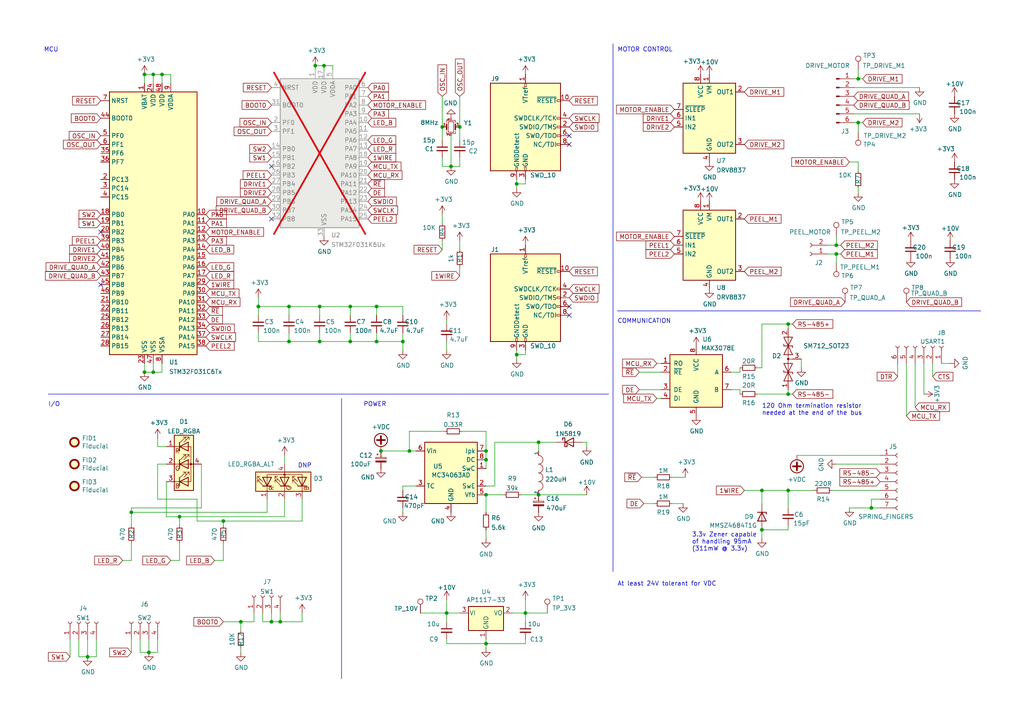
<source format=kicad_sch>
(kicad_sch
	(version 20250114)
	(generator "eeschema")
	(generator_version "9.0")
	(uuid "e502d1d5-04b0-4d4b-b5c3-8c52d09668e7")
	(paper "A4")
	(title_block
		(title "LumenPnP Feeder Control Board")
		(rev "09")
		(company "Opulo, Inc.")
	)
	
	(text "I/O"
		(exclude_from_sim no)
		(at 13.97 118.11 0)
		(effects
			(font
				(size 1.27 1.27)
			)
			(justify left bottom)
		)
		(uuid "0dfdfa9f-1e3f-4e14-b64b-12bde76a80c7")
	)
	(text "DNP"
		(exclude_from_sim no)
		(at 86.36 135.89 0)
		(effects
			(font
				(size 1.27 1.27)
			)
			(justify left bottom)
		)
		(uuid "1ae0cfe0-a602-4963-8aee-30cd5ff998e0")
	)
	(text "COMMUNICATION"
		(exclude_from_sim no)
		(at 179.07 93.98 0)
		(effects
			(font
				(size 1.27 1.27)
			)
			(justify left bottom)
		)
		(uuid "2de1ffee-2174-41d2-8969-68b8d21e5a7d")
	)
	(text "MOTOR CONTROL"
		(exclude_from_sim no)
		(at 179.07 15.24 0)
		(effects
			(font
				(size 1.27 1.27)
			)
			(justify left bottom)
		)
		(uuid "3a41dd27-ec14-44d5-b505-aad1d829f79a")
	)
	(text "POWER"
		(exclude_from_sim no)
		(at 105.41 118.11 0)
		(effects
			(font
				(size 1.27 1.27)
			)
			(justify left bottom)
		)
		(uuid "7c2008c8-0626-4a09-a873-065e83502a0e")
	)
	(text "3.3v Zener capable\nof handling 95mA \n(311mW @ 3.3v)"
		(exclude_from_sim no)
		(at 200.66 160.02 0)
		(effects
			(font
				(size 1.27 1.27)
			)
			(justify left bottom)
		)
		(uuid "9a3a02bd-0635-40d4-a84c-ef641926e224")
	)
	(text "At least 24V tolerant for VDC\n"
		(exclude_from_sim no)
		(at 179.07 170.18 0)
		(effects
			(font
				(size 1.27 1.27)
			)
			(justify left bottom)
		)
		(uuid "aa130053-a451-4f12-97f7-3d4d891a5f83")
	)
	(text "MCU"
		(exclude_from_sim no)
		(at 12.7 15.24 0)
		(effects
			(font
				(size 1.27 1.27)
			)
			(justify left bottom)
		)
		(uuid "e7d81bce-286e-41e4-9181-3511e9c0455e")
	)
	(text "120 Ohm termination resistor\nneeded at the end of the bus"
		(exclude_from_sim no)
		(at 220.98 120.65 0)
		(effects
			(font
				(size 1.27 1.27)
			)
			(justify left bottom)
		)
		(uuid "f8214a7a-a440-480f-92e1-82e22ae70c7a")
	)
	(junction
		(at 110.49 130.81)
		(diameter 0)
		(color 0 0 0 0)
		(uuid "05dc74ad-d264-4763-bf5f-934d030cafa2")
	)
	(junction
		(at 129.54 177.8)
		(diameter 0)
		(color 0 0 0 0)
		(uuid "0644b9c3-e1f4-45d9-ab6f-e4ed33d31f1f")
	)
	(junction
		(at 41.91 107.95)
		(diameter 0)
		(color 0 0 0 0)
		(uuid "07403e6b-0e78-47dd-ba47-e0c094007087")
	)
	(junction
		(at 25.4 190.5)
		(diameter 0)
		(color 0 0 0 0)
		(uuid "0c999cf6-90f2-4ccb-a825-709bbb678104")
	)
	(junction
		(at 93.98 19.05)
		(diameter 0)
		(color 0 0 0 0)
		(uuid "0ea70e6c-2b52-441e-97ab-5aad3cdb4099")
	)
	(junction
		(at 83.82 88.9)
		(diameter 0)
		(color 0 0 0 0)
		(uuid "113900c7-fee9-477c-9098-c052d12a2e80")
	)
	(junction
		(at 156.21 128.27)
		(diameter 0)
		(color 0 0 0 0)
		(uuid "1c0ac5c3-270f-4b46-86ac-364c15c27b90")
	)
	(junction
		(at 228.6 114.3)
		(diameter 0)
		(color 0 0 0 0)
		(uuid "1f9f3af8-18d5-4711-ac12-7bbfb2cb3fdb")
	)
	(junction
		(at 220.98 142.24)
		(diameter 0)
		(color 0 0 0 0)
		(uuid "2a27d010-1987-433b-87a4-5d327814f4d5")
	)
	(junction
		(at 116.84 99.06)
		(diameter 0)
		(color 0 0 0 0)
		(uuid "2e5a84c5-c49d-40ad-9d64-a881651edcde")
	)
	(junction
		(at 118.745 130.81)
		(diameter 0)
		(color 0 0 0 0)
		(uuid "343e828d-97fe-4fb5-bb07-7e3dc6b93355")
	)
	(junction
		(at 78.74 180.34)
		(diameter 0)
		(color 0 0 0 0)
		(uuid "36c4c88d-eeae-4cc2-b043-5804f51c624d")
	)
	(junction
		(at 248.92 22.86)
		(diameter 0)
		(color 0 0 0 0)
		(uuid "3874dde3-d400-407f-a55a-bfcbd774484f")
	)
	(junction
		(at 44.45 107.95)
		(diameter 0)
		(color 0 0 0 0)
		(uuid "3bd2ec3b-3e53-4a84-b64d-1e3d57d614e6")
	)
	(junction
		(at 128.27 36.83)
		(diameter 0)
		(color 0 0 0 0)
		(uuid "3d416885-b8b5-4f5c-bc29-39c6376095e8")
	)
	(junction
		(at 46.99 21.59)
		(diameter 0)
		(color 0 0 0 0)
		(uuid "465a317a-2edc-4c5c-9b74-500eee79810d")
	)
	(junction
		(at 92.71 88.9)
		(diameter 0)
		(color 0 0 0 0)
		(uuid "47adfbd7-b367-4549-9f78-8c4971819ce9")
	)
	(junction
		(at 133.35 36.83)
		(diameter 0)
		(color 0 0 0 0)
		(uuid "4d967454-338c-4b89-8534-9457e15bf2f2")
	)
	(junction
		(at 41.91 21.59)
		(diameter 0)
		(color 0 0 0 0)
		(uuid "5787bbe7-0038-485a-af1a-a046d7b6eca8")
	)
	(junction
		(at 242.57 71.12)
		(diameter 0)
		(color 0 0 0 0)
		(uuid "58aabcd6-3f35-4aba-9b7d-51d325cb43f9")
	)
	(junction
		(at 140.97 133.35)
		(diameter 0)
		(color 0 0 0 0)
		(uuid "59937421-2e45-4e39-b3ea-1771f661003f")
	)
	(junction
		(at 156.21 143.51)
		(diameter 0)
		(color 0 0 0 0)
		(uuid "5a12482f-a003-489c-888f-e005885ba04e")
	)
	(junction
		(at 109.22 88.9)
		(diameter 0)
		(color 0 0 0 0)
		(uuid "5b281001-db6f-4edb-88f9-5b2dca8fb97a")
	)
	(junction
		(at 64.77 151.13)
		(diameter 0)
		(color 0 0 0 0)
		(uuid "5ee75d6e-ceae-4345-9c1d-c456352c347a")
	)
	(junction
		(at 38.1 148.59)
		(diameter 0)
		(color 0 0 0 0)
		(uuid "5efe15f0-4029-4c83-9b0e-3763b60c78a9")
	)
	(junction
		(at 220.98 153.67)
		(diameter 0)
		(color 0 0 0 0)
		(uuid "618ae6b4-8716-4eac-ac4b-02b9fa4b1b70")
	)
	(junction
		(at 109.22 99.06)
		(diameter 0)
		(color 0 0 0 0)
		(uuid "63d5f620-a465-4113-93fa-45d64002dff3")
	)
	(junction
		(at 152.4 177.8)
		(diameter 0)
		(color 0 0 0 0)
		(uuid "652f3fe5-7858-4f3a-9cac-534017db7ddf")
	)
	(junction
		(at 91.44 19.05)
		(diameter 0)
		(color 0 0 0 0)
		(uuid "6f7f0c68-4263-400a-9473-d18f5817cc2a")
	)
	(junction
		(at 101.6 88.9)
		(diameter 0)
		(color 0 0 0 0)
		(uuid "7ac32368-3407-4e28-86f9-6b7f10ab2dcc")
	)
	(junction
		(at 69.85 180.34)
		(diameter 0)
		(color 0 0 0 0)
		(uuid "7e3af848-7686-498c-bed7-8bb3de86f2e0")
	)
	(junction
		(at 149.86 53.34)
		(diameter 0)
		(color 0 0 0 0)
		(uuid "818e6ca1-9b10-4d24-a98f-05f907ff65f3")
	)
	(junction
		(at 149.86 102.87)
		(diameter 0)
		(color 0 0 0 0)
		(uuid "89a8e170-a222-41c0-b545-c9f4c5604011")
	)
	(junction
		(at 74.93 88.9)
		(diameter 0)
		(color 0 0 0 0)
		(uuid "95f39bc9-c673-49e3-92ec-b5500e23e399")
	)
	(junction
		(at 101.6 99.06)
		(diameter 0)
		(color 0 0 0 0)
		(uuid "9732291a-c53b-4680-923d-20acf53461ed")
	)
	(junction
		(at 130.81 48.26)
		(diameter 0)
		(color 0 0 0 0)
		(uuid "97dcf785-3264-40a1-a36e-8842acab24fb")
	)
	(junction
		(at 242.57 73.66)
		(diameter 0)
		(color 0 0 0 0)
		(uuid "a05d98cc-4f88-4d90-806f-7869a19ab035")
	)
	(junction
		(at 248.92 35.56)
		(diameter 0)
		(color 0 0 0 0)
		(uuid "af0df4b4-f71d-4f30-a800-b551d9c46fc2")
	)
	(junction
		(at 81.28 180.34)
		(diameter 0)
		(color 0 0 0 0)
		(uuid "af86720b-d780-4af4-92c6-80447e4d6f7f")
	)
	(junction
		(at 228.6 93.98)
		(diameter 0)
		(color 0 0 0 0)
		(uuid "b06f7add-c117-486b-83ec-a0ebb76a7584")
	)
	(junction
		(at 228.6 142.24)
		(diameter 0)
		(color 0 0 0 0)
		(uuid "b4b203c8-682c-4931-b5cd-67b3510b2e95")
	)
	(junction
		(at 252.73 147.32)
		(diameter 0)
		(color 0 0 0 0)
		(uuid "bd476cda-6d5c-4446-8e4f-80117744bce7")
	)
	(junction
		(at 43.18 189.23)
		(diameter 0)
		(color 0 0 0 0)
		(uuid "bf331016-e8f6-41fc-9244-0f51d6b913e4")
	)
	(junction
		(at 92.71 99.06)
		(diameter 0)
		(color 0 0 0 0)
		(uuid "c5b2c1af-445b-408b-a466-07d3bb8715df")
	)
	(junction
		(at 83.82 99.06)
		(diameter 0)
		(color 0 0 0 0)
		(uuid "c77880e9-d3a9-4a2a-a02f-695ec9d93a45")
	)
	(junction
		(at 140.97 143.51)
		(diameter 0)
		(color 0 0 0 0)
		(uuid "cc3e3ce4-43dc-4123-bb1d-325bb3ead396")
	)
	(junction
		(at 140.97 130.81)
		(diameter 0)
		(color 0 0 0 0)
		(uuid "cde5b47c-f26e-45aa-b448-bd4f5866f531")
	)
	(junction
		(at 44.45 21.59)
		(diameter 0)
		(color 0 0 0 0)
		(uuid "d67cf478-dc43-4af9-8c6e-0849734c4545")
	)
	(junction
		(at 52.07 149.86)
		(diameter 0)
		(color 0 0 0 0)
		(uuid "d831fc55-b6e4-459a-8b17-c80d4870a67a")
	)
	(junction
		(at 140.97 186.69)
		(diameter 0)
		(color 0 0 0 0)
		(uuid "fbb2a379-b0bc-45fe-aabd-757f1311b784")
	)
	(no_connect
		(at 29.21 82.55)
		(uuid "07a17972-918a-4ae0-be95-9d439ea24d7b")
	)
	(no_connect
		(at 165.1 41.91)
		(uuid "12ebeff9-0572-480d-b1e5-07e8db18fe15")
	)
	(no_connect
		(at 78.74 48.26)
		(uuid "1e966ab5-195d-40a3-95e8-1d2df0efca23")
	)
	(no_connect
		(at 29.21 67.31)
		(uuid "1e966ab5-195d-40a3-95e8-1d2df0efca24")
	)
	(no_connect
		(at 165.1 39.37)
		(uuid "7379d2cc-7690-46c5-8d23-66438fdfabf8")
	)
	(no_connect
		(at 78.74 63.5)
		(uuid "a6917d62-3490-4697-8de4-fad864b229df")
	)
	(no_connect
		(at 165.1 88.9)
		(uuid "c7df8431-dcf5-4ab4-b8f8-21c1cafc5246")
	)
	(no_connect
		(at 165.1 91.44)
		(uuid "d38aa458-d7c4-47af-ba08-2b6be506a3fd")
	)
	(wire
		(pts
			(xy 247.65 35.56) (xy 248.92 35.56)
		)
		(stroke
			(width 0)
			(type default)
		)
		(uuid "007adb57-4193-4514-bc4f-844e27c34d63")
	)
	(wire
		(pts
			(xy 38.1 189.23) (xy 38.1 185.42)
		)
		(stroke
			(width 0)
			(type default)
		)
		(uuid "00c7f158-18a1-4d5d-8258-3a26fd0c9e5f")
	)
	(wire
		(pts
			(xy 220.98 106.68) (xy 220.98 93.98)
		)
		(stroke
			(width 0)
			(type default)
		)
		(uuid "05a65167-73d2-43bf-8621-a8c7c159c7ad")
	)
	(wire
		(pts
			(xy 49.53 162.56) (xy 52.07 162.56)
		)
		(stroke
			(width 0)
			(type default)
		)
		(uuid "05f2859d-2820-4e84-b395-696011feb13b")
	)
	(wire
		(pts
			(xy 41.91 105.41) (xy 41.91 107.95)
		)
		(stroke
			(width 0)
			(type default)
		)
		(uuid "0799a5d6-f466-4949-bb9f-11abef874e4b")
	)
	(wire
		(pts
			(xy 128.27 62.23) (xy 128.27 64.77)
		)
		(stroke
			(width 0)
			(type default)
		)
		(uuid "086beb78-9538-4601-b688-2f14d6668604")
	)
	(wire
		(pts
			(xy 248.92 54.61) (xy 248.92 55.88)
		)
		(stroke
			(width 0)
			(type default)
		)
		(uuid "08b72a86-b4a7-454d-85da-fbaf7a30b70a")
	)
	(wire
		(pts
			(xy 44.45 105.41) (xy 44.45 107.95)
		)
		(stroke
			(width 0)
			(type default)
		)
		(uuid "09c0cfe8-6817-49de-95ae-541a32c8c899")
	)
	(wire
		(pts
			(xy 129.54 186.69) (xy 129.54 185.42)
		)
		(stroke
			(width 0)
			(type default)
		)
		(uuid "0be6fa02-eeef-4260-94ef-e09f62a353ed")
	)
	(wire
		(pts
			(xy 228.6 152.4) (xy 228.6 153.67)
		)
		(stroke
			(width 0)
			(type default)
		)
		(uuid "0cfb7355-0f26-413b-8a26-1c70ccbb7541")
	)
	(wire
		(pts
			(xy 101.6 88.9) (xy 101.6 91.44)
		)
		(stroke
			(width 0)
			(type default)
		)
		(uuid "0e7805a7-947d-4328-86a7-af4cb49cc98d")
	)
	(wire
		(pts
			(xy 129.54 173.99) (xy 129.54 177.8)
		)
		(stroke
			(width 0)
			(type default)
		)
		(uuid "11d462f4-3fe6-4bc2-9cd0-12232ba97069")
	)
	(wire
		(pts
			(xy 140.97 186.69) (xy 129.54 186.69)
		)
		(stroke
			(width 0)
			(type default)
		)
		(uuid "14155b89-7588-42f7-8396-0a4f99385632")
	)
	(wire
		(pts
			(xy 87.63 144.78) (xy 87.63 151.13)
		)
		(stroke
			(width 0)
			(type default)
		)
		(uuid "14de1bc3-76d1-4ad2-8c05-76d439f98f20")
	)
	(wire
		(pts
			(xy 149.86 53.34) (xy 149.86 52.07)
		)
		(stroke
			(width 0)
			(type default)
		)
		(uuid "196f058e-8f27-44e0-b0fd-f8cc62686315")
	)
	(wire
		(pts
			(xy 212.09 107.95) (xy 214.63 107.95)
		)
		(stroke
			(width 0)
			(type default)
		)
		(uuid "19b8b40d-8ec2-4dbf-9b1c-df901e2aebee")
	)
	(wire
		(pts
			(xy 83.82 88.9) (xy 83.82 91.44)
		)
		(stroke
			(width 0)
			(type default)
		)
		(uuid "1a7e5c27-d968-4aa8-9438-2b4cba0b3814")
	)
	(wire
		(pts
			(xy 140.97 186.69) (xy 140.97 185.42)
		)
		(stroke
			(width 0)
			(type default)
		)
		(uuid "1e160b45-dd14-4153-810f-d6432db3c904")
	)
	(wire
		(pts
			(xy 74.93 96.52) (xy 74.93 99.06)
		)
		(stroke
			(width 0)
			(type default)
		)
		(uuid "1f8087d2-5625-40fe-b375-96eed84c60b3")
	)
	(wire
		(pts
			(xy 44.45 107.95) (xy 41.91 107.95)
		)
		(stroke
			(width 0)
			(type default)
		)
		(uuid "21dbed16-fca9-45f8-9cd3-07db4b86e76c")
	)
	(wire
		(pts
			(xy 242.57 73.66) (xy 243.84 73.66)
		)
		(stroke
			(width 0)
			(type default)
		)
		(uuid "2346c7c0-aade-4bb6-9033-7a0e6e2d664a")
	)
	(wire
		(pts
			(xy 232.41 104.14) (xy 232.41 106.68)
		)
		(stroke
			(width 0)
			(type default)
		)
		(uuid "234bbbbb-d2bf-42b2-8866-b90d79e694be")
	)
	(wire
		(pts
			(xy 220.98 142.24) (xy 220.98 146.05)
		)
		(stroke
			(width 0)
			(type default)
		)
		(uuid "264a52aa-1ec2-4d99-b980-03bbcc0c20f6")
	)
	(wire
		(pts
			(xy 69.85 180.34) (xy 69.85 182.88)
		)
		(stroke
			(width 0)
			(type default)
		)
		(uuid "27f20f52-9431-4e60-a894-1ea89f12d744")
	)
	(wire
		(pts
			(xy 38.1 148.59) (xy 38.1 152.4)
		)
		(stroke
			(width 0)
			(type default)
		)
		(uuid "28c70ecc-4581-41cd-89de-5d9cb57840cd")
	)
	(wire
		(pts
			(xy 133.35 69.85) (xy 133.35 72.39)
		)
		(stroke
			(width 0)
			(type default)
		)
		(uuid "28e85b04-58a7-4729-846f-f53de1924a61")
	)
	(wire
		(pts
			(xy 133.35 48.26) (xy 130.81 48.26)
		)
		(stroke
			(width 0)
			(type default)
		)
		(uuid "29bb7297-26fb-4776-9266-2355d022bab0")
	)
	(wire
		(pts
			(xy 35.56 162.56) (xy 38.1 162.56)
		)
		(stroke
			(width 0)
			(type default)
		)
		(uuid "2a1de22d-6451-488d-af77-0bf8841bd695")
	)
	(wire
		(pts
			(xy 133.985 125.095) (xy 140.97 125.095)
		)
		(stroke
			(width 0)
			(type default)
		)
		(uuid "2b842389-05ab-42bc-a831-b024d479a222")
	)
	(wire
		(pts
			(xy 27.94 185.42) (xy 27.94 190.5)
		)
		(stroke
			(width 0)
			(type default)
		)
		(uuid "2d08c358-cce7-40cd-a26a-3bc598d26425")
	)
	(wire
		(pts
			(xy 212.09 113.03) (xy 214.63 113.03)
		)
		(stroke
			(width 0)
			(type default)
		)
		(uuid "2d958099-6dfa-46ea-b41e-6037acd45247")
	)
	(wire
		(pts
			(xy 128.27 72.39) (xy 128.27 69.85)
		)
		(stroke
			(width 0)
			(type default)
		)
		(uuid "2ed77dab-9d3c-4561-bfa6-92dc6a7e27b7")
	)
	(wire
		(pts
			(xy 92.71 88.9) (xy 83.82 88.9)
		)
		(stroke
			(width 0)
			(type default)
		)
		(uuid "30ed1b00-f151-4615-9987-7ee76b56e64c")
	)
	(wire
		(pts
			(xy 91.44 19.05) (xy 91.44 20.32)
		)
		(stroke
			(width 0)
			(type default)
		)
		(uuid "30f68fe4-0a7a-4981-83da-c7da99410ce1")
	)
	(wire
		(pts
			(xy 57.15 151.13) (xy 64.77 151.13)
		)
		(stroke
			(width 0)
			(type default)
		)
		(uuid "3131130b-6ec1-4162-98f0-0b3da68b0cc7")
	)
	(wire
		(pts
			(xy 45.72 185.42) (xy 45.72 189.23)
		)
		(stroke
			(width 0)
			(type default)
		)
		(uuid "33f26134-89c1-4146-9ddd-577a2a18b343")
	)
	(wire
		(pts
			(xy 76.2 177.8) (xy 76.2 180.34)
		)
		(stroke
			(width 0)
			(type default)
		)
		(uuid "3420faa6-b70f-4509-854d-b580a5d0640c")
	)
	(wire
		(pts
			(xy 228.6 142.24) (xy 236.22 142.24)
		)
		(stroke
			(width 0)
			(type default)
		)
		(uuid "34954b0f-fb02-4ff6-9ce7-25b9223e3851")
	)
	(wire
		(pts
			(xy 219.71 106.68) (xy 220.98 106.68)
		)
		(stroke
			(width 0)
			(type default)
		)
		(uuid "3524ecb0-97b9-4304-827a-d7b8e064f330")
	)
	(wire
		(pts
			(xy 130.81 48.26) (xy 128.27 48.26)
		)
		(stroke
			(width 0)
			(type default)
		)
		(uuid "363945f6-fbef-42be-99cf-4a8a48434d92")
	)
	(wire
		(pts
			(xy 140.97 187.96) (xy 140.97 186.69)
		)
		(stroke
			(width 0)
			(type default)
		)
		(uuid "37778a1f-86de-4449-abb1-14af5009805a")
	)
	(wire
		(pts
			(xy 186.055 138.43) (xy 189.865 138.43)
		)
		(stroke
			(width 0)
			(type default)
		)
		(uuid "37b5fff7-9b01-485e-8e8b-ef427c610720")
	)
	(wire
		(pts
			(xy 101.6 99.06) (xy 109.22 99.06)
		)
		(stroke
			(width 0)
			(type default)
		)
		(uuid "37bf5090-a95c-4995-a668-445ceb7214c6")
	)
	(wire
		(pts
			(xy 273.05 105.41) (xy 275.59 105.41)
		)
		(stroke
			(width 0)
			(type default)
		)
		(uuid "3abb8595-a86a-4e18-95d4-bbaa21ab248c")
	)
	(wire
		(pts
			(xy 152.4 177.8) (xy 158.75 177.8)
		)
		(stroke
			(width 0)
			(type default)
		)
		(uuid "3ae17a9f-8609-4c9b-91ea-99a0254241d8")
	)
	(wire
		(pts
			(xy 77.47 148.59) (xy 38.1 148.59)
		)
		(stroke
			(width 0)
			(type default)
		)
		(uuid "3b63c4da-d5c0-47fe-9739-3232b708dde0")
	)
	(wire
		(pts
			(xy 242.57 68.58) (xy 242.57 71.12)
		)
		(stroke
			(width 0)
			(type default)
		)
		(uuid "3b80c39f-f9b1-46eb-aa34-45fb2d7226c4")
	)
	(wire
		(pts
			(xy 64.77 151.13) (xy 64.77 152.4)
		)
		(stroke
			(width 0)
			(type default)
		)
		(uuid "3d5b2ea5-ac6f-4109-915e-6feecebf69ca")
	)
	(wire
		(pts
			(xy 152.4 177.8) (xy 152.4 173.99)
		)
		(stroke
			(width 0)
			(type default)
		)
		(uuid "3d914167-0ac5-4137-a909-36236fdfaa11")
	)
	(wire
		(pts
			(xy 27.94 190.5) (xy 25.4 190.5)
		)
		(stroke
			(width 0)
			(type default)
		)
		(uuid "3db1263a-22a4-44e2-a91b-167a4ca2ec07")
	)
	(wire
		(pts
			(xy 83.82 88.9) (xy 74.93 88.9)
		)
		(stroke
			(width 0)
			(type default)
		)
		(uuid "3e38a373-8da1-407a-b339-a0ebf3cd9543")
	)
	(wire
		(pts
			(xy 118.745 130.81) (xy 120.65 130.81)
		)
		(stroke
			(width 0)
			(type default)
		)
		(uuid "3e44cfa3-c7d6-47fe-8bd2-b82d21dff2b2")
	)
	(wire
		(pts
			(xy 228.6 142.24) (xy 228.6 147.32)
		)
		(stroke
			(width 0)
			(type default)
		)
		(uuid "3e9f6fda-7384-4672-bd7e-31c71416103a")
	)
	(wire
		(pts
			(xy 156.21 128.27) (xy 161.29 128.27)
		)
		(stroke
			(width 0)
			(type default)
		)
		(uuid "3fd85406-613c-449b-8d3d-482fbb620021")
	)
	(wire
		(pts
			(xy 48.26 149.86) (xy 52.07 149.86)
		)
		(stroke
			(width 0)
			(type default)
		)
		(uuid "3fe175b3-3cfd-4e36-a294-713a51106a07")
	)
	(wire
		(pts
			(xy 74.93 88.9) (xy 74.93 91.44)
		)
		(stroke
			(width 0)
			(type default)
		)
		(uuid "41039518-ab12-4164-942e-9d532ed7d4ce")
	)
	(wire
		(pts
			(xy 242.57 71.12) (xy 243.84 71.12)
		)
		(stroke
			(width 0)
			(type default)
		)
		(uuid "4175377a-20f0-4495-a3ce-dde2745deae2")
	)
	(wire
		(pts
			(xy 241.3 142.24) (xy 255.27 142.24)
		)
		(stroke
			(width 0)
			(type default)
		)
		(uuid "424df7b4-ab1e-47d1-9637-42e002bda87f")
	)
	(wire
		(pts
			(xy 149.86 54.61) (xy 149.86 53.34)
		)
		(stroke
			(width 0)
			(type default)
		)
		(uuid "43cfb8fd-8455-45c8-8b72-d7070ac63b03")
	)
	(wire
		(pts
			(xy 214.63 113.03) (xy 214.63 114.3)
		)
		(stroke
			(width 0)
			(type default)
		)
		(uuid "43ef24d0-cd9f-4134-9722-e9379b7a261c")
	)
	(wire
		(pts
			(xy 143.51 140.97) (xy 143.51 128.27)
		)
		(stroke
			(width 0)
			(type default)
		)
		(uuid "4589ae82-5114-4736-b25f-186e7cad79eb")
	)
	(wire
		(pts
			(xy 248.92 49.53) (xy 248.92 46.99)
		)
		(stroke
			(width 0)
			(type default)
		)
		(uuid "46c7da43-7282-47b5-9035-d0ab5ba0193c")
	)
	(wire
		(pts
			(xy 156.21 128.27) (xy 156.21 130.81)
		)
		(stroke
			(width 0)
			(type default)
		)
		(uuid "49791484-d68e-45d6-9011-e6d830a94b4f")
	)
	(wire
		(pts
			(xy 82.55 132.08) (xy 82.55 134.62)
		)
		(stroke
			(width 0)
			(type default)
		)
		(uuid "49d80339-cc4a-4953-b7d5-b57c7279e832")
	)
	(wire
		(pts
			(xy 220.98 153.67) (xy 220.98 156.21)
		)
		(stroke
			(width 0)
			(type default)
		)
		(uuid "4ac81c01-2fbe-4eea-a4bc-d312c411d967")
	)
	(wire
		(pts
			(xy 120.65 140.97) (xy 116.84 140.97)
		)
		(stroke
			(width 0)
			(type default)
		)
		(uuid "4ccfa111-56d3-4e74-a6e4-be1181061378")
	)
	(wire
		(pts
			(xy 116.84 96.52) (xy 116.84 99.06)
		)
		(stroke
			(width 0)
			(type default)
		)
		(uuid "4d2e2ab9-2ede-490e-9868-917e398d3f21")
	)
	(wire
		(pts
			(xy 116.84 88.9) (xy 109.22 88.9)
		)
		(stroke
			(width 0)
			(type default)
		)
		(uuid "4f193a53-22fc-4bdb-91a6-d025521c77bf")
	)
	(wire
		(pts
			(xy 252.73 144.78) (xy 255.27 144.78)
		)
		(stroke
			(width 0)
			(type default)
		)
		(uuid "50377fe5-73b3-4fc5-867c-37d32c8c82d2")
	)
	(wire
		(pts
			(xy 190.5 115.57) (xy 191.77 115.57)
		)
		(stroke
			(width 0)
			(type default)
		)
		(uuid "50d8e518-6cf5-481d-a06a-4968034ca40f")
	)
	(wire
		(pts
			(xy 81.28 177.8) (xy 81.28 180.34)
		)
		(stroke
			(width 0)
			(type default)
		)
		(uuid "52d25a31-da27-4389-8404-35c79d4e8e0b")
	)
	(wire
		(pts
			(xy 22.86 190.5) (xy 25.4 190.5)
		)
		(stroke
			(width 0)
			(type default)
		)
		(uuid "535e36b1-4568-4bf5-9a4c-e4d49bd7ea46")
	)
	(wire
		(pts
			(xy 220.98 93.98) (xy 228.6 93.98)
		)
		(stroke
			(width 0)
			(type default)
		)
		(uuid "5613b369-ad9d-4695-832c-630a71101ab8")
	)
	(wire
		(pts
			(xy 45.72 144.78) (xy 57.15 144.78)
		)
		(stroke
			(width 0)
			(type default)
		)
		(uuid "58731372-7d2c-4b88-9b0f-6772853b8136")
	)
	(wire
		(pts
			(xy 43.18 189.23) (xy 45.72 189.23)
		)
		(stroke
			(width 0)
			(type default)
		)
		(uuid "59266495-3dbe-4a77-84da-0744244535ea")
	)
	(wire
		(pts
			(xy 152.4 102.87) (xy 152.4 101.6)
		)
		(stroke
			(width 0)
			(type default)
		)
		(uuid "59fc765e-1357-4c94-9529-5635418c7d73")
	)
	(wire
		(pts
			(xy 140.97 140.97) (xy 143.51 140.97)
		)
		(stroke
			(width 0)
			(type default)
		)
		(uuid "5a2f9d9a-8069-44b1-b74e-dd70e8ef84cf")
	)
	(wire
		(pts
			(xy 156.21 143.51) (xy 170.18 143.51)
		)
		(stroke
			(width 0)
			(type default)
		)
		(uuid "5aa16fe6-8745-436b-b373-3f564d16dd82")
	)
	(wire
		(pts
			(xy 252.73 147.32) (xy 255.27 147.32)
		)
		(stroke
			(width 0)
			(type default)
		)
		(uuid "5aa753e8-567a-4e75-bce7-ff31c80c2785")
	)
	(wire
		(pts
			(xy 116.84 99.06) (xy 116.84 101.6)
		)
		(stroke
			(width 0)
			(type default)
		)
		(uuid "5b983a35-af66-44b8-8e8d-d6e8d5052c39")
	)
	(wire
		(pts
			(xy 133.35 40.64) (xy 133.35 36.83)
		)
		(stroke
			(width 0)
			(type default)
		)
		(uuid "5c30b9b4-3014-4f50-9329-27a539b67e01")
	)
	(wire
		(pts
			(xy 152.4 53.34) (xy 152.4 52.07)
		)
		(stroke
			(width 0)
			(type default)
		)
		(uuid "5ec35fb6-fbea-4c53-bc7c-52d581e3adb1")
	)
	(wire
		(pts
			(xy 262.89 105.41) (xy 262.89 120.65)
		)
		(stroke
			(width 0)
			(type default)
		)
		(uuid "5fb9962c-7075-4419-8920-34afb158ea34")
	)
	(wire
		(pts
			(xy 45.72 134.62) (xy 48.26 134.62)
		)
		(stroke
			(width 0)
			(type default)
		)
		(uuid "6080f49d-3b63-4a4e-8f62-9cf0a51b41bb")
	)
	(wire
		(pts
			(xy 40.64 189.23) (xy 43.18 189.23)
		)
		(stroke
			(width 0)
			(type default)
		)
		(uuid "60e9ff38-1e55-43a6-bc9f-4384a90539fc")
	)
	(wire
		(pts
			(xy 248.92 35.56) (xy 250.19 35.56)
		)
		(stroke
			(width 0)
			(type default)
		)
		(uuid "61204310-07db-4e05-b4f8-d9824a5d9a04")
	)
	(wire
		(pts
			(xy 52.07 149.86) (xy 52.07 152.4)
		)
		(stroke
			(width 0)
			(type default)
		)
		(uuid "61bcd457-2c38-4051-8967-ecae2fba12f7")
	)
	(wire
		(pts
			(xy 25.4 185.42) (xy 25.4 190.5)
		)
		(stroke
			(width 0)
			(type default)
		)
		(uuid "62a2da83-c7b1-49e4-a3bf-cfbe8dbc21bf")
	)
	(wire
		(pts
			(xy 140.97 143.51) (xy 146.05 143.51)
		)
		(stroke
			(width 0)
			(type default)
		)
		(uuid "67a53c13-cfc0-400c-ab03-640f94dd502c")
	)
	(wire
		(pts
			(xy 267.97 105.41) (xy 267.97 114.3)
		)
		(stroke
			(width 0)
			(type default)
		)
		(uuid "67d6f90c-783e-4f0c-af06-9383169c670c")
	)
	(wire
		(pts
			(xy 57.15 144.78) (xy 57.15 151.13)
		)
		(stroke
			(width 0)
			(type default)
		)
		(uuid "6c9373b7-73f6-4bcf-b049-dc12d134f4f8")
	)
	(wire
		(pts
			(xy 228.6 114.3) (xy 229.87 114.3)
		)
		(stroke
			(width 0)
			(type default)
		)
		(uuid "6e523d02-f914-47b9-adc4-a676cbc34590")
	)
	(wire
		(pts
			(xy 38.1 147.32) (xy 58.42 147.32)
		)
		(stroke
			(width 0)
			(type default)
		)
		(uuid "70a263d8-9d35-4822-ac6a-5e68cfde8775")
	)
	(wire
		(pts
			(xy 64.77 180.34) (xy 69.85 180.34)
		)
		(stroke
			(width 0)
			(type default)
		)
		(uuid "72d82a41-2240-4e50-a06e-c5b0040e62c6")
	)
	(wire
		(pts
			(xy 46.99 107.95) (xy 44.45 107.95)
		)
		(stroke
			(width 0)
			(type default)
		)
		(uuid "7489b176-9a9e-41b0-872b-63339205d302")
	)
	(wire
		(pts
			(xy 49.53 24.13) (xy 49.53 21.59)
		)
		(stroke
			(width 0)
			(type default)
		)
		(uuid "75d18041-1245-4f59-891a-2b23baea4a6d")
	)
	(wire
		(pts
			(xy 93.98 19.05) (xy 93.98 20.32)
		)
		(stroke
			(width 0)
			(type default)
		)
		(uuid "75fba156-8cf7-4154-aa17-3c0b052e2e2f")
	)
	(wire
		(pts
			(xy 186.69 146.05) (xy 189.865 146.05)
		)
		(stroke
			(width 0)
			(type default)
		)
		(uuid "76659e3e-9854-4b23-9b28-f08885db5799")
	)
	(wire
		(pts
			(xy 118.745 130.81) (xy 118.745 125.095)
		)
		(stroke
			(width 0)
			(type default)
		)
		(uuid "79fcab01-2068-4247-8f8d-4d91295bb563")
	)
	(wire
		(pts
			(xy 109.22 99.06) (xy 116.84 99.06)
		)
		(stroke
			(width 0)
			(type default)
		)
		(uuid "7b1d1203-2e7f-4630-9cf2-1cfc3474d2a8")
	)
	(wire
		(pts
			(xy 109.22 88.9) (xy 109.22 91.44)
		)
		(stroke
			(width 0)
			(type default)
		)
		(uuid "7b252f28-d68a-4560-a591-583efc3b4129")
	)
	(wire
		(pts
			(xy 228.6 153.67) (xy 220.98 153.67)
		)
		(stroke
			(width 0)
			(type default)
		)
		(uuid "7b4a5f5a-2237-431c-8c53-4eadf6a07fe2")
	)
	(wire
		(pts
			(xy 69.85 180.34) (xy 73.66 180.34)
		)
		(stroke
			(width 0)
			(type default)
		)
		(uuid "7d231139-a02c-4a20-85be-b26b4d331423")
	)
	(wire
		(pts
			(xy 128.27 36.83) (xy 128.27 40.64)
		)
		(stroke
			(width 0)
			(type default)
		)
		(uuid "7eb32ed1-4320-49ba-8487-1c88e4824fe3")
	)
	(wire
		(pts
			(xy 46.99 105.41) (xy 46.99 107.95)
		)
		(stroke
			(width 0)
			(type default)
		)
		(uuid "7f1d48c2-f0bb-4fd9-8ab9-cb7bef932c69")
	)
	(polyline
		(pts
			(xy 13.97 114.3) (xy 176.53 114.3)
		)
		(stroke
			(width 0)
			(type default)
		)
		(uuid "7f2b3ce3-2f20-426d-b769-e0329b6a8111")
	)
	(wire
		(pts
			(xy 215.9 142.24) (xy 220.98 142.24)
		)
		(stroke
			(width 0)
			(type default)
		)
		(uuid "80cc150c-d11e-41c5-b3f2-54259a3dd91d")
	)
	(wire
		(pts
			(xy 231.14 132.08) (xy 255.27 132.08)
		)
		(stroke
			(width 0)
			(type default)
		)
		(uuid "82d633c1-1fb1-4e7d-ae80-5de8e1fc1bf5")
	)
	(wire
		(pts
			(xy 152.4 186.69) (xy 140.97 186.69)
		)
		(stroke
			(width 0)
			(type default)
		)
		(uuid "833456c8-b0e5-4cf6-8c0d-b838c9f172e4")
	)
	(wire
		(pts
			(xy 73.66 177.8) (xy 73.66 180.34)
		)
		(stroke
			(width 0)
			(type default)
		)
		(uuid "8408d05b-21f5-4ab2-ab28-f0e996f89af0")
	)
	(wire
		(pts
			(xy 240.03 73.66) (xy 242.57 73.66)
		)
		(stroke
			(width 0)
			(type default)
		)
		(uuid "844856d3-49ec-4c4a-93c4-7fb2311ad897")
	)
	(wire
		(pts
			(xy 240.03 71.12) (xy 242.57 71.12)
		)
		(stroke
			(width 0)
			(type default)
		)
		(uuid "8671ae26-4661-4d93-820d-e3743e87a5c3")
	)
	(wire
		(pts
			(xy 265.43 105.41) (xy 265.43 118.11)
		)
		(stroke
			(width 0)
			(type default)
		)
		(uuid "86d5c54a-5068-485e-a50d-ad0da02622fb")
	)
	(wire
		(pts
			(xy 185.42 107.95) (xy 191.77 107.95)
		)
		(stroke
			(width 0)
			(type default)
		)
		(uuid "86f40da7-a7f6-49d4-b9e2-fea0175270ae")
	)
	(wire
		(pts
			(xy 228.6 93.98) (xy 228.6 95.25)
		)
		(stroke
			(width 0)
			(type default)
		)
		(uuid "87146e53-a954-4976-9c78-608b33df94ef")
	)
	(wire
		(pts
			(xy 92.71 96.52) (xy 92.71 99.06)
		)
		(stroke
			(width 0)
			(type default)
		)
		(uuid "8885a9d9-16dd-4476-9879-de777ac2f14c")
	)
	(wire
		(pts
			(xy 46.99 21.59) (xy 46.99 24.13)
		)
		(stroke
			(width 0)
			(type default)
		)
		(uuid "8a144e4d-2802-4d04-9c5b-02a492967dcc")
	)
	(wire
		(pts
			(xy 247.65 22.86) (xy 248.92 22.86)
		)
		(stroke
			(width 0)
			(type default)
		)
		(uuid "8c11123f-3da3-46f4-bf33-706523b81ea5")
	)
	(wire
		(pts
			(xy 101.6 88.9) (xy 92.71 88.9)
		)
		(stroke
			(width 0)
			(type default)
		)
		(uuid "90163b9e-76f4-4cca-a78b-6329297265e8")
	)
	(wire
		(pts
			(xy 130.81 39.37) (xy 130.81 48.26)
		)
		(stroke
			(width 0)
			(type default)
		)
		(uuid "90fd611c-300b-48cf-a7c4-0d604953cd00")
	)
	(wire
		(pts
			(xy 149.86 53.34) (xy 152.4 53.34)
		)
		(stroke
			(width 0)
			(type default)
		)
		(uuid "923cb571-19be-4be6-8532-02c9d244b0d5")
	)
	(wire
		(pts
			(xy 58.42 134.62) (xy 58.42 147.32)
		)
		(stroke
			(width 0)
			(type default)
		)
		(uuid "927ae74f-1060-4b98-b1c1-5e6ce51f97d1")
	)
	(wire
		(pts
			(xy 116.84 147.32) (xy 116.84 148.59)
		)
		(stroke
			(width 0)
			(type default)
		)
		(uuid "9286b48e-a370-4e1a-8ebf-1f6ea0799618")
	)
	(wire
		(pts
			(xy 149.86 102.87) (xy 149.86 101.6)
		)
		(stroke
			(width 0)
			(type default)
		)
		(uuid "9529c01f-e1cd-40be-b7f0-83780a544249")
	)
	(wire
		(pts
			(xy 109.22 96.52) (xy 109.22 99.06)
		)
		(stroke
			(width 0)
			(type default)
		)
		(uuid "96662d4a-4e07-42c0-bb68-d9c55228c6a7")
	)
	(wire
		(pts
			(xy 149.86 102.87) (xy 152.4 102.87)
		)
		(stroke
			(width 0)
			(type default)
		)
		(uuid "96db52e2-6336-4f5e-846e-528c594d0509")
	)
	(wire
		(pts
			(xy 78.74 180.34) (xy 81.28 180.34)
		)
		(stroke
			(width 0)
			(type default)
		)
		(uuid "978f1d88-579e-417f-ba76-e5b02ebde9df")
	)
	(wire
		(pts
			(xy 247.65 25.4) (xy 266.7 25.4)
		)
		(stroke
			(width 0)
			(type default)
		)
		(uuid "97d5aa6b-1d0c-43b4-b602-c1729ec4fae9")
	)
	(wire
		(pts
			(xy 129.54 177.8) (xy 129.54 180.34)
		)
		(stroke
			(width 0)
			(type default)
		)
		(uuid "9922df6a-2872-47cb-99a9-5b361d86eb09")
	)
	(wire
		(pts
			(xy 140.97 133.35) (xy 140.97 135.89)
		)
		(stroke
			(width 0)
			(type default)
		)
		(uuid "9bab40c7-2785-45b2-8e7b-5c6545e99d96")
	)
	(wire
		(pts
			(xy 92.71 99.06) (xy 101.6 99.06)
		)
		(stroke
			(width 0)
			(type default)
		)
		(uuid "9dadcde9-6013-4b07-9918-daa357dfbff5")
	)
	(wire
		(pts
			(xy 62.23 162.56) (xy 64.77 162.56)
		)
		(stroke
			(width 0)
			(type default)
		)
		(uuid "9fdca5c2-1fbd-4774-a9c3-8795a40c206d")
	)
	(wire
		(pts
			(xy 92.71 88.9) (xy 92.71 91.44)
		)
		(stroke
			(width 0)
			(type default)
		)
		(uuid "a092317c-0e85-4f34-834f-a3e0c2a219b8")
	)
	(wire
		(pts
			(xy 64.77 157.48) (xy 64.77 162.56)
		)
		(stroke
			(width 0)
			(type default)
		)
		(uuid "a0d52767-051a-423c-a600-928281f27952")
	)
	(wire
		(pts
			(xy 82.55 149.86) (xy 52.07 149.86)
		)
		(stroke
			(width 0)
			(type default)
		)
		(uuid "a0f6f7ec-f246-4674-a62f-fb7e37fa15f8")
	)
	(polyline
		(pts
			(xy 179.07 90.17) (xy 284.48 90.17)
		)
		(stroke
			(width 0)
			(type default)
		)
		(uuid "a22bec73-a69c-4ab7-8d8d-f6a6b09f925f")
	)
	(wire
		(pts
			(xy 22.86 185.42) (xy 22.86 190.5)
		)
		(stroke
			(width 0)
			(type default)
		)
		(uuid "a22fd0c7-15fb-4421-ba7d-30c916406dc4")
	)
	(wire
		(pts
			(xy 74.93 99.06) (xy 83.82 99.06)
		)
		(stroke
			(width 0)
			(type default)
		)
		(uuid "a267e37e-770f-4c23-9f37-cd9a8e6e2c3d")
	)
	(wire
		(pts
			(xy 194.945 138.43) (xy 198.755 138.43)
		)
		(stroke
			(width 0)
			(type default)
		)
		(uuid "a2f0205d-3fba-4963-9e76-a1fb7961066e")
	)
	(wire
		(pts
			(xy 128.27 27.94) (xy 128.27 36.83)
		)
		(stroke
			(width 0)
			(type default)
		)
		(uuid "a6706c54-6a82-42d1-a6c9-48341690e19d")
	)
	(polyline
		(pts
			(xy 99.06 115.57) (xy 99.06 196.85)
		)
		(stroke
			(width 0)
			(type default)
		)
		(uuid "a7f2e97b-29f3-44fd-bf8a-97a3c1528b61")
	)
	(wire
		(pts
			(xy 52.07 157.48) (xy 52.07 162.56)
		)
		(stroke
			(width 0)
			(type default)
		)
		(uuid "a8fb8ee0-623f-4870-a716-ecc88f37ef9a")
	)
	(wire
		(pts
			(xy 140.97 125.095) (xy 140.97 130.81)
		)
		(stroke
			(width 0)
			(type default)
		)
		(uuid "abfa0b89-265b-4182-b7f9-23bf8177ecd1")
	)
	(wire
		(pts
			(xy 87.63 151.13) (xy 64.77 151.13)
		)
		(stroke
			(width 0)
			(type default)
		)
		(uuid "aca80adf-9b4f-4948-8831-a5ae2f02eeaa")
	)
	(wire
		(pts
			(xy 143.51 128.27) (xy 156.21 128.27)
		)
		(stroke
			(width 0)
			(type default)
		)
		(uuid "ad418022-07a6-448a-a8b7-8f4f5d5c57d4")
	)
	(wire
		(pts
			(xy 48.26 139.7) (xy 48.26 149.86)
		)
		(stroke
			(width 0)
			(type default)
		)
		(uuid "aed6ed12-e5a7-4ccc-aaa4-92c3cb9273d8")
	)
	(wire
		(pts
			(xy 82.55 144.78) (xy 82.55 149.86)
		)
		(stroke
			(width 0)
			(type default)
		)
		(uuid "af43fb94-013e-4327-8ac1-1d2cc8f1ecca")
	)
	(wire
		(pts
			(xy 242.57 73.66) (xy 242.57 76.2)
		)
		(stroke
			(width 0)
			(type default)
		)
		(uuid "b103d1df-54da-49fb-9310-274f6a802904")
	)
	(wire
		(pts
			(xy 44.45 21.59) (xy 44.45 24.13)
		)
		(stroke
			(width 0)
			(type default)
		)
		(uuid "b1ed3546-642a-4033-829c-42014009e4de")
	)
	(wire
		(pts
			(xy 87.63 177.8) (xy 87.63 180.34)
		)
		(stroke
			(width 0)
			(type default)
		)
		(uuid "b26ea949-c031-4e87-aa4c-5b0817138629")
	)
	(wire
		(pts
			(xy 76.2 180.34) (xy 78.74 180.34)
		)
		(stroke
			(width 0)
			(type default)
		)
		(uuid "b2fd5db6-34cb-4f81-ba45-f5451cded511")
	)
	(wire
		(pts
			(xy 219.71 114.3) (xy 228.6 114.3)
		)
		(stroke
			(width 0)
			(type default)
		)
		(uuid "b8d3a420-8953-41a1-b4ad-054ca8585074")
	)
	(wire
		(pts
			(xy 248.92 20.32) (xy 248.92 22.86)
		)
		(stroke
			(width 0)
			(type default)
		)
		(uuid "ba38c295-360c-4fad-b582-178fae9a3497")
	)
	(wire
		(pts
			(xy 96.52 20.32) (xy 96.52 19.05)
		)
		(stroke
			(width 0)
			(type default)
		)
		(uuid "bae4c7f0-2022-442c-86a7-168efdfb4a0f")
	)
	(wire
		(pts
			(xy 220.98 142.24) (xy 228.6 142.24)
		)
		(stroke
			(width 0)
			(type default)
		)
		(uuid "bbf1ed1a-094b-4d0d-bb3e-d269bff43ed8")
	)
	(wire
		(pts
			(xy 40.64 185.42) (xy 40.64 189.23)
		)
		(stroke
			(width 0)
			(type default)
		)
		(uuid "bc02eed1-90c6-465e-8552-71558a07b9a4")
	)
	(wire
		(pts
			(xy 83.82 99.06) (xy 92.71 99.06)
		)
		(stroke
			(width 0)
			(type default)
		)
		(uuid "bce25c2b-d5ca-4ca2-b784-e5a5a5bcbb43")
	)
	(wire
		(pts
			(xy 41.91 21.59) (xy 41.91 24.13)
		)
		(stroke
			(width 0)
			(type default)
		)
		(uuid "bde7e691-a783-4dac-910d-314248dbbab6")
	)
	(wire
		(pts
			(xy 152.4 185.42) (xy 152.4 186.69)
		)
		(stroke
			(width 0)
			(type default)
		)
		(uuid "c08edf86-7498-4bc8-8b75-9e1b913932df")
	)
	(wire
		(pts
			(xy 170.18 128.27) (xy 170.18 129.54)
		)
		(stroke
			(width 0)
			(type default)
		)
		(uuid "c2c28cda-edd7-4862-8fc2-b152d98e0cd1")
	)
	(wire
		(pts
			(xy 247.65 33.02) (xy 266.7 33.02)
		)
		(stroke
			(width 0)
			(type default)
		)
		(uuid "c362a487-9680-4a36-9190-5968e13daff5")
	)
	(wire
		(pts
			(xy 45.72 144.78) (xy 45.72 134.62)
		)
		(stroke
			(width 0)
			(type default)
		)
		(uuid "c7428870-0602-4059-9297-84efbdbc422c")
	)
	(wire
		(pts
			(xy 252.73 147.32) (xy 252.73 144.78)
		)
		(stroke
			(width 0)
			(type default)
		)
		(uuid "c87634eb-009f-4573-8cd1-cfa1dbddec01")
	)
	(wire
		(pts
			(xy 129.54 92.71) (xy 129.54 93.98)
		)
		(stroke
			(width 0)
			(type default)
		)
		(uuid "c9d33345-7b8f-4968-bc55-525940981cc4")
	)
	(wire
		(pts
			(xy 69.85 187.96) (xy 69.85 189.23)
		)
		(stroke
			(width 0)
			(type default)
		)
		(uuid "ca26ec52-1289-4bbf-a8fb-889edb42014a")
	)
	(wire
		(pts
			(xy 128.27 48.26) (xy 128.27 45.72)
		)
		(stroke
			(width 0)
			(type default)
		)
		(uuid "cb6062da-8dcd-4826-92fd-4071e9e97213")
	)
	(wire
		(pts
			(xy 46.99 21.59) (xy 44.45 21.59)
		)
		(stroke
			(width 0)
			(type default)
		)
		(uuid "cd38cbd3-4df5-4577-bad7-4731b84c81a2")
	)
	(wire
		(pts
			(xy 133.35 80.01) (xy 133.35 77.47)
		)
		(stroke
			(width 0)
			(type default)
		)
		(uuid "cdde4f50-7aff-4e06-8c47-c81f52e15e11")
	)
	(wire
		(pts
			(xy 121.92 177.8) (xy 129.54 177.8)
		)
		(stroke
			(width 0)
			(type default)
		)
		(uuid "d0a5d380-3078-4a0f-9e94-ec7c79d40814")
	)
	(wire
		(pts
			(xy 140.97 153.67) (xy 140.97 156.21)
		)
		(stroke
			(width 0)
			(type default)
		)
		(uuid "d1723a63-265d-49e9-a171-77ebefb37971")
	)
	(wire
		(pts
			(xy 140.97 143.51) (xy 140.97 148.59)
		)
		(stroke
			(width 0)
			(type default)
		)
		(uuid "d1e12735-9844-4db9-822a-9b60715c3b52")
	)
	(wire
		(pts
			(xy 49.53 21.59) (xy 46.99 21.59)
		)
		(stroke
			(width 0)
			(type default)
		)
		(uuid "d24db09d-2116-49b6-a1d7-1dbf1eea4662")
	)
	(wire
		(pts
			(xy 81.28 180.34) (xy 87.63 180.34)
		)
		(stroke
			(width 0)
			(type default)
		)
		(uuid "d2d7a12a-b03c-4068-9964-d7938f6f26c5")
	)
	(wire
		(pts
			(xy 168.91 128.27) (xy 170.18 128.27)
		)
		(stroke
			(width 0)
			(type default)
		)
		(uuid "d3470d0c-0278-425f-a17e-bca42a22fc93")
	)
	(wire
		(pts
			(xy 194.945 146.05) (xy 198.12 146.05)
		)
		(stroke
			(width 0)
			(type default)
		)
		(uuid "d385cd43-8caf-443a-9622-46dc8016282f")
	)
	(wire
		(pts
			(xy 20.32 185.42) (xy 20.32 190.5)
		)
		(stroke
			(width 0)
			(type default)
		)
		(uuid "d387146b-fbad-42cb-a189-fb67c5572cbd")
	)
	(wire
		(pts
			(xy 214.63 106.68) (xy 214.63 107.95)
		)
		(stroke
			(width 0)
			(type default)
		)
		(uuid "d435155e-38b3-43c8-b76b-bddf0aa5947d")
	)
	(wire
		(pts
			(xy 228.6 93.98) (xy 229.87 93.98)
		)
		(stroke
			(width 0)
			(type default)
		)
		(uuid "d59dfd22-356b-42b9-9e7e-6b53dc90e16a")
	)
	(wire
		(pts
			(xy 152.4 177.8) (xy 152.4 180.34)
		)
		(stroke
			(width 0)
			(type default)
		)
		(uuid "d7ec55ab-990b-465c-a38a-86df4606dcc0")
	)
	(wire
		(pts
			(xy 248.92 22.86) (xy 250.19 22.86)
		)
		(stroke
			(width 0)
			(type default)
		)
		(uuid "d8a47199-11fe-4d75-a248-d689f48d8862")
	)
	(wire
		(pts
			(xy 78.74 177.8) (xy 78.74 180.34)
		)
		(stroke
			(width 0)
			(type default)
		)
		(uuid "d94ba7c4-b399-45db-8035-63e2861378ba")
	)
	(wire
		(pts
			(xy 74.93 88.9) (xy 74.93 86.36)
		)
		(stroke
			(width 0)
			(type default)
		)
		(uuid "d9690770-4473-431d-90af-3de2394dd867")
	)
	(wire
		(pts
			(xy 151.13 143.51) (xy 156.21 143.51)
		)
		(stroke
			(width 0)
			(type default)
		)
		(uuid "d98fb4ce-b8f6-4e4f-a754-b554cbe46478")
	)
	(wire
		(pts
			(xy 77.47 144.78) (xy 77.47 148.59)
		)
		(stroke
			(width 0)
			(type default)
		)
		(uuid "db5245b9-adb6-40b3-a1da-32bef4d775fe")
	)
	(wire
		(pts
			(xy 43.18 185.42) (xy 43.18 189.23)
		)
		(stroke
			(width 0)
			(type default)
		)
		(uuid "dc02b896-2923-46d1-9e0d-c9aad7569282")
	)
	(wire
		(pts
			(xy 270.51 105.41) (xy 270.51 109.22)
		)
		(stroke
			(width 0)
			(type default)
		)
		(uuid "dd24451a-d9c8-4e60-9412-a09c35d46941")
	)
	(wire
		(pts
			(xy 190.5 105.41) (xy 191.77 105.41)
		)
		(stroke
			(width 0)
			(type default)
		)
		(uuid "dd57e7a2-fa2d-440f-a9a4-c6fcc3745ed8")
	)
	(wire
		(pts
			(xy 129.54 177.8) (xy 133.35 177.8)
		)
		(stroke
			(width 0)
			(type default)
		)
		(uuid "de32fa98-88f0-459f-90e7-f7aec2bd0681")
	)
	(wire
		(pts
			(xy 91.44 19.05) (xy 93.98 19.05)
		)
		(stroke
			(width 0)
			(type default)
		)
		(uuid "dfa21983-846c-4c7e-8fb8-4582274bced6")
	)
	(wire
		(pts
			(xy 116.84 140.97) (xy 116.84 142.24)
		)
		(stroke
			(width 0)
			(type default)
		)
		(uuid "e04d5e51-6490-44be-aae2-2430d73dc197")
	)
	(wire
		(pts
			(xy 93.98 19.05) (xy 96.52 19.05)
		)
		(stroke
			(width 0)
			(type default)
		)
		(uuid "e3637f61-e827-4ded-8317-851fa0635f97")
	)
	(wire
		(pts
			(xy 129.54 99.06) (xy 129.54 101.6)
		)
		(stroke
			(width 0)
			(type default)
		)
		(uuid "e6360f8a-6554-4797-86d2-4f541ec0b8c3")
	)
	(wire
		(pts
			(xy 38.1 147.32) (xy 38.1 148.59)
		)
		(stroke
			(width 0)
			(type default)
		)
		(uuid "e6cd8847-3c94-4440-9b50-e04570b25e94")
	)
	(wire
		(pts
			(xy 44.45 21.59) (xy 41.91 21.59)
		)
		(stroke
			(width 0)
			(type default)
		)
		(uuid "e6ea813e-51cb-4170-a2f9-333df4d002de")
	)
	(wire
		(pts
			(xy 45.72 129.54) (xy 45.72 127)
		)
		(stroke
			(width 0)
			(type default)
		)
		(uuid "e7369115-d491-4ef3-be3d-f5298992c3e8")
	)
	(wire
		(pts
			(xy 109.22 88.9) (xy 101.6 88.9)
		)
		(stroke
			(width 0)
			(type default)
		)
		(uuid "e73fa627-a79e-4228-a13e-04de70e37693")
	)
	(polyline
		(pts
			(xy 177.8 165.735) (xy 177.8 12.7)
		)
		(stroke
			(width 0)
			(type default)
		)
		(uuid "e87738fc-e372-4c48-9de9-398fd8b4874c")
	)
	(wire
		(pts
			(xy 248.92 35.56) (xy 248.92 38.1)
		)
		(stroke
			(width 0)
			(type default)
		)
		(uuid "e91d2063-d31e-4896-b518-1259c8e9c98f")
	)
	(wire
		(pts
			(xy 133.35 48.26) (xy 133.35 45.72)
		)
		(stroke
			(width 0)
			(type default)
		)
		(uuid "eb8d02e9-145c-465d-b6a8-bae84d47a94b")
	)
	(wire
		(pts
			(xy 118.745 125.095) (xy 128.905 125.095)
		)
		(stroke
			(width 0)
			(type default)
		)
		(uuid "ebf44143-2e36-4a17-90b9-61540dc49999")
	)
	(wire
		(pts
			(xy 248.92 46.99) (xy 246.38 46.99)
		)
		(stroke
			(width 0)
			(type default)
		)
		(uuid "ec018475-be21-4878-a71e-6be5bb3b5f97")
	)
	(wire
		(pts
			(xy 116.84 91.44) (xy 116.84 88.9)
		)
		(stroke
			(width 0)
			(type default)
		)
		(uuid "ee5e76a0-976c-496b-85be-2457f6868494")
	)
	(wire
		(pts
			(xy 242.57 134.62) (xy 255.27 134.62)
		)
		(stroke
			(width 0)
			(type default)
		)
		(uuid "ef772d6d-e989-41dd-a690-ef39cd787c02")
	)
	(wire
		(pts
			(xy 149.86 104.14) (xy 149.86 102.87)
		)
		(stroke
			(width 0)
			(type default)
		)
		(uuid "f0ff5d1c-5481-4958-b844-4f68a17d4166")
	)
	(wire
		(pts
			(xy 38.1 157.48) (xy 38.1 162.56)
		)
		(stroke
			(width 0)
			(type default)
		)
		(uuid "f3044f68-903d-4063-b253-30d8e3a83eae")
	)
	(wire
		(pts
			(xy 260.35 105.41) (xy 260.35 109.22)
		)
		(stroke
			(width 0)
			(type default)
		)
		(uuid "f42c70b0-c182-41ab-b318-d1689c69c4f2")
	)
	(wire
		(pts
			(xy 140.97 130.81) (xy 140.97 133.35)
		)
		(stroke
			(width 0)
			(type default)
		)
		(uuid "f50e9ac5-e061-457b-9cfe-8d18fd2fd100")
	)
	(wire
		(pts
			(xy 133.35 36.83) (xy 133.35 27.94)
		)
		(stroke
			(width 0)
			(type default)
		)
		(uuid "f5eb7390-4215-4bb5-bc53-f82f663cc9a5")
	)
	(wire
		(pts
			(xy 228.6 113.03) (xy 228.6 114.3)
		)
		(stroke
			(width 0)
			(type default)
		)
		(uuid "f63973c3-4b8a-4250-8bfd-e83e2dbef5bf")
	)
	(wire
		(pts
			(xy 148.59 177.8) (xy 152.4 177.8)
		)
		(stroke
			(width 0)
			(type default)
		)
		(uuid "f8a57aad-5b34-480f-bb67-c2b674d8f047")
	)
	(wire
		(pts
			(xy 45.72 129.54) (xy 48.26 129.54)
		)
		(stroke
			(width 0)
			(type default)
		)
		(uuid "fa13b945-9859-4a64-aa2f-507552c6c16c")
	)
	(wire
		(pts
			(xy 110.49 130.81) (xy 118.745 130.81)
		)
		(stroke
			(width 0)
			(type default)
		)
		(uuid "fafb9b3b-598c-4add-9124-406fe708f61b")
	)
	(wire
		(pts
			(xy 101.6 96.52) (xy 101.6 99.06)
		)
		(stroke
			(width 0)
			(type default)
		)
		(uuid "fafdcf10-73dc-4c44-b25b-af71733b353a")
	)
	(wire
		(pts
			(xy 83.82 96.52) (xy 83.82 99.06)
		)
		(stroke
			(width 0)
			(type default)
		)
		(uuid "fb2e4bd7-dc4c-490d-895f-046154f2eacd")
	)
	(wire
		(pts
			(xy 246.38 147.32) (xy 252.73 147.32)
		)
		(stroke
			(width 0)
			(type default)
		)
		(uuid "fb777702-3300-4081-b9b9-99d498a5cae7")
	)
	(wire
		(pts
			(xy 185.42 113.03) (xy 191.77 113.03)
		)
		(stroke
			(width 0)
			(type default)
		)
		(uuid "fcfb7737-12f9-40f6-b6af-feabb4b430e3")
	)
	(global_label "RESET"
		(shape input)
		(at 128.27 72.39 180)
		(fields_autoplaced yes)
		(effects
			(font
				(size 1.27 1.27)
			)
			(justify right)
		)
		(uuid "00aaae37-6741-4e78-ba23-839bde6cd36c")
		(property "Intersheetrefs" "${INTERSHEET_REFS}"
			(at 198.12 91.44 0)
			(effects
				(font
					(size 1.27 1.27)
				)
				(hide yes)
			)
		)
	)
	(global_label "1WIRE"
		(shape input)
		(at 215.9 142.24 180)
		(fields_autoplaced yes)
		(effects
			(font
				(size 1.27 1.27)
			)
			(justify right)
		)
		(uuid "0460166b-0ead-4763-adfd-0019a95fc0bf")
		(property "Intersheetrefs" "${INTERSHEET_REFS}"
			(at -46.99 -1.27 0)
			(effects
				(font
					(size 1.27 1.27)
				)
				(hide yes)
			)
		)
	)
	(global_label "SWDIO"
		(shape input)
		(at 59.69 95.25 0)
		(fields_autoplaced yes)
		(effects
			(font
				(size 1.27 1.27)
			)
			(justify left)
		)
		(uuid "0a1a4d88-972a-46ce-b25e-6cb796bd41f7")
		(property "Intersheetrefs" "${INTERSHEET_REFS}"
			(at -43.18 5.08 0)
			(effects
				(font
					(size 1.27 1.27)
				)
				(hide yes)
			)
		)
	)
	(global_label "LED_R"
		(shape input)
		(at 35.56 162.56 180)
		(fields_autoplaced yes)
		(effects
			(font
				(size 1.27 1.27)
			)
			(justify right)
		)
		(uuid "18ca5aef-6a2c-41ac-9e7f-bf7acb716e53")
		(property "Intersheetrefs" "${INTERSHEET_REFS}"
			(at 27.551 162.4806 0)
			(effects
				(font
					(size 1.27 1.27)
				)
				(justify right)
				(hide yes)
			)
		)
	)
	(global_label "LED_G"
		(shape input)
		(at 106.68 40.64 0)
		(fields_autoplaced yes)
		(effects
			(font
				(size 1.27 1.27)
			)
			(justify left)
		)
		(uuid "18f43637-382b-47f2-842f-9b987603d832")
		(property "Intersheetrefs" "${INTERSHEET_REFS}"
			(at 114.689 40.5606 0)
			(effects
				(font
					(size 1.27 1.27)
				)
				(justify left)
				(hide yes)
			)
		)
	)
	(global_label "LED_R"
		(shape input)
		(at 59.69 80.01 0)
		(fields_autoplaced yes)
		(effects
			(font
				(size 1.27 1.27)
			)
			(justify left)
		)
		(uuid "197c2316-70ac-4018-9480-a69a86b9cfd6")
		(property "Intersheetrefs" "${INTERSHEET_REFS}"
			(at 67.699 79.9306 0)
			(effects
				(font
					(size 1.27 1.27)
				)
				(justify left)
				(hide yes)
			)
		)
	)
	(global_label "MOTOR_ENABLE"
		(shape input)
		(at 59.69 67.31 0)
		(fields_autoplaced yes)
		(effects
			(font
				(size 1.27 1.27)
			)
			(justify left)
		)
		(uuid "1a5a9c5b-d8a6-407a-9ba2-a6b48b75ab0a")
		(property "Intersheetrefs" "${INTERSHEET_REFS}"
			(at 76.3471 67.3894 0)
			(effects
				(font
					(size 1.27 1.27)
				)
				(justify left)
				(hide yes)
			)
		)
	)
	(global_label "BOOT0"
		(shape input)
		(at 64.77 180.34 180)
		(fields_autoplaced yes)
		(effects
			(font
				(size 1.27 1.27)
			)
			(justify right)
		)
		(uuid "259d9256-7614-4edc-81a0-555cbb4d5300")
		(property "Intersheetrefs" "${INTERSHEET_REFS}"
			(at -5.08 146.05 0)
			(effects
				(font
					(size 1.27 1.27)
				)
				(hide yes)
			)
		)
	)
	(global_label "SWCLK"
		(shape input)
		(at 165.1 83.82 0)
		(fields_autoplaced yes)
		(effects
			(font
				(size 1.27 1.27)
			)
			(justify left)
		)
		(uuid "269f19c3-6824-45a8-be29-fa58d70cbb42")
		(property "Intersheetrefs" "${INTERSHEET_REFS}"
			(at 121.285 1.905 0)
			(effects
				(font
					(size 1.27 1.27)
				)
				(hide yes)
			)
		)
	)
	(global_label "PEEL_M1"
		(shape input)
		(at 243.84 73.66 0)
		(fields_autoplaced yes)
		(effects
			(font
				(size 1.27 1.27)
			)
			(justify left)
		)
		(uuid "27d1f3d5-5b6a-4820-8b6a-09244b74700a")
		(property "Intersheetrefs" "${INTERSHEET_REFS}"
			(at 254.389 73.5806 0)
			(effects
				(font
					(size 1.27 1.27)
				)
				(justify left)
				(hide yes)
			)
		)
	)
	(global_label "OSC_IN"
		(shape input)
		(at 29.21 39.37 180)
		(fields_autoplaced yes)
		(effects
			(font
				(size 1.27 1.27)
			)
			(justify right)
		)
		(uuid "29233351-9764-4aff-8544-a4243a492e8f")
		(property "Intersheetrefs" "${INTERSHEET_REFS}"
			(at 20.1729 39.4494 0)
			(effects
				(font
					(size 1.27 1.27)
				)
				(justify right)
				(hide yes)
			)
		)
	)
	(global_label "LED_R"
		(shape input)
		(at 106.68 43.18 0)
		(fields_autoplaced yes)
		(effects
			(font
				(size 1.27 1.27)
			)
			(justify left)
		)
		(uuid "29e858c4-857e-45d7-90d9-5711ceffef4c")
		(property "Intersheetrefs" "${INTERSHEET_REFS}"
			(at 114.689 43.1006 0)
			(effects
				(font
					(size 1.27 1.27)
				)
				(justify left)
				(hide yes)
			)
		)
	)
	(global_label "~{RE}"
		(shape input)
		(at 186.055 138.43 180)
		(fields_autoplaced yes)
		(effects
			(font
				(size 1.27 1.27)
			)
			(justify right)
		)
		(uuid "301e2d90-8d95-442b-bb8b-32ad1efb8fee")
		(property "Intersheetrefs" "${INTERSHEET_REFS}"
			(at -55.88 30.48 0)
			(effects
				(font
					(size 1.27 1.27)
				)
				(hide yes)
			)
		)
	)
	(global_label "PA1"
		(shape input)
		(at 106.68 27.94 0)
		(fields_autoplaced yes)
		(effects
			(font
				(size 1.27 1.27)
			)
			(justify left)
		)
		(uuid "312bb836-549f-41e7-9e03-466341a7fc0a")
		(property "Intersheetrefs" "${INTERSHEET_REFS}"
			(at 112.5723 27.8606 0)
			(effects
				(font
					(size 1.27 1.27)
				)
				(justify left)
				(hide yes)
			)
		)
	)
	(global_label "DE"
		(shape input)
		(at 186.69 146.05 180)
		(fields_autoplaced yes)
		(effects
			(font
				(size 1.27 1.27)
			)
			(justify right)
		)
		(uuid "3291246a-bf1a-4f84-819f-849a4db03d93")
		(property "Intersheetrefs" "${INTERSHEET_REFS}"
			(at -55.88 33.655 0)
			(effects
				(font
					(size 1.27 1.27)
				)
				(hide yes)
			)
		)
	)
	(global_label "MCU_TX"
		(shape input)
		(at 190.5 115.57 180)
		(fields_autoplaced yes)
		(effects
			(font
				(size 1.27 1.27)
			)
			(justify right)
		)
		(uuid "38088c4e-aab9-465a-ae75-4c28779b9112")
		(property "Intersheetrefs" "${INTERSHEET_REFS}"
			(at -55.88 0.635 0)
			(effects
				(font
					(size 1.27 1.27)
				)
				(hide yes)
			)
		)
	)
	(global_label "1WIRE"
		(shape input)
		(at 106.68 45.72 0)
		(fields_autoplaced yes)
		(effects
			(font
				(size 1.27 1.27)
			)
			(justify left)
		)
		(uuid "3925ff00-4094-4c5c-91b9-a80dcec53d2d")
		(property "Intersheetrefs" "${INTERSHEET_REFS}"
			(at -58.42 -55.88 0)
			(effects
				(font
					(size 1.27 1.27)
				)
				(hide yes)
			)
		)
	)
	(global_label "DRIVE2"
		(shape input)
		(at 29.21 74.93 180)
		(fields_autoplaced yes)
		(effects
			(font
				(size 1.27 1.27)
			)
			(justify right)
		)
		(uuid "3a29b2d7-9b62-4150-9610-d7459f6d1733")
		(property "Intersheetrefs" "${INTERSHEET_REFS}"
			(at -40.64 0 0)
			(effects
				(font
					(size 1.27 1.27)
				)
				(hide yes)
			)
		)
	)
	(global_label "RS-485-"
		(shape input)
		(at 229.87 114.3 0)
		(fields_autoplaced yes)
		(effects
			(font
				(size 1.27 1.27)
			)
			(justify left)
		)
		(uuid "3b535385-448b-45d2-a5cc-2287543ea24d")
		(property "Intersheetrefs" "${INTERSHEET_REFS}"
			(at -40.64 1.905 0)
			(effects
				(font
					(size 1.27 1.27)
				)
				(hide yes)
			)
		)
	)
	(global_label "SWDIO"
		(shape input)
		(at 106.68 58.42 0)
		(fields_autoplaced yes)
		(effects
			(font
				(size 1.27 1.27)
			)
			(justify left)
		)
		(uuid "3b84bc0c-6a23-4b91-8456-356d378b9dde")
		(property "Intersheetrefs" "${INTERSHEET_REFS}"
			(at 3.81 -31.75 0)
			(effects
				(font
					(size 1.27 1.27)
				)
				(hide yes)
			)
		)
	)
	(global_label "SW1"
		(shape input)
		(at 78.74 45.72 180)
		(fields_autoplaced yes)
		(effects
			(font
				(size 1.27 1.27)
			)
			(justify right)
		)
		(uuid "3eebd231-3b2f-4ff1-8023-6be8ef02a56b")
		(property "Intersheetrefs" "${INTERSHEET_REFS}"
			(at 181.61 115.57 0)
			(effects
				(font
					(size 1.27 1.27)
				)
				(hide yes)
			)
		)
	)
	(global_label "OSC_OUT"
		(shape input)
		(at 133.35 27.94 90)
		(fields_autoplaced yes)
		(effects
			(font
				(size 1.27 1.27)
			)
			(justify left)
		)
		(uuid "45c88406-2ee6-4dae-a1d9-4516fb244395")
		(property "Intersheetrefs" "${INTERSHEET_REFS}"
			(at 133.4294 17.2096 90)
			(effects
				(font
					(size 1.27 1.27)
				)
				(justify left)
				(hide yes)
			)
		)
	)
	(global_label "PA1"
		(shape input)
		(at 59.69 64.77 0)
		(fields_autoplaced yes)
		(effects
			(font
				(size 1.27 1.27)
			)
			(justify left)
		)
		(uuid "46a60137-2053-422a-b5c5-c89257ba074c")
		(property "Intersheetrefs" "${INTERSHEET_REFS}"
			(at 65.5823 64.6906 0)
			(effects
				(font
					(size 1.27 1.27)
				)
				(justify left)
				(hide yes)
			)
		)
	)
	(global_label "DRIVE_M2"
		(shape input)
		(at 215.9 41.91 0)
		(fields_autoplaced yes)
		(effects
			(font
				(size 1.27 1.27)
			)
			(justify left)
		)
		(uuid "470435b1-ced0-4a32-b868-6fffd32858cc")
		(property "Intersheetrefs" "${INTERSHEET_REFS}"
			(at 227.2352 41.8306 0)
			(effects
				(font
					(size 1.27 1.27)
				)
				(justify left)
				(hide yes)
			)
		)
	)
	(global_label "SW1"
		(shape input)
		(at 29.21 64.77 180)
		(fields_autoplaced yes)
		(effects
			(font
				(size 1.27 1.27)
			)
			(justify right)
		)
		(uuid "47b44a5b-8086-42f8-a64d-e386f7a2b25e")
		(property "Intersheetrefs" "${INTERSHEET_REFS}"
			(at 132.08 134.62 0)
			(effects
				(font
					(size 1.27 1.27)
				)
				(hide yes)
			)
		)
	)
	(global_label "MCU_TX"
		(shape input)
		(at 262.89 120.65 0)
		(fields_autoplaced yes)
		(effects
			(font
				(size 1.27 1.27)
			)
			(justify left)
		)
		(uuid "48fc6b7f-84e3-4abf-b3f6-056662db39d1")
		(property "Intersheetrefs" "${INTERSHEET_REFS}"
			(at 160.02 40.64 0)
			(effects
				(font
					(size 1.27 1.27)
				)
				(hide yes)
			)
		)
	)
	(global_label "LED_B"
		(shape input)
		(at 62.23 162.56 180)
		(fields_autoplaced yes)
		(effects
			(font
				(size 1.27 1.27)
			)
			(justify right)
		)
		(uuid "49fec31e-3712-4229-8142-b191d90a97d0")
		(property "Intersheetrefs" "${INTERSHEET_REFS}"
			(at 54.221 162.4806 0)
			(effects
				(font
					(size 1.27 1.27)
				)
				(justify right)
				(hide yes)
			)
		)
	)
	(global_label "DRIVE_QUAD_B"
		(shape input)
		(at 29.21 80.01 180)
		(fields_autoplaced yes)
		(effects
			(font
				(size 1.27 1.27)
			)
			(justify right)
		)
		(uuid "4a86192d-e7b8-420e-800c-d247ee8173d8")
		(property "Intersheetrefs" "${INTERSHEET_REFS}"
			(at 13.2787 80.0894 0)
			(effects
				(font
					(size 1.27 1.27)
				)
				(justify right)
				(hide yes)
			)
		)
	)
	(global_label "DRIVE1"
		(shape input)
		(at 78.74 53.34 180)
		(fields_autoplaced yes)
		(effects
			(font
				(size 1.27 1.27)
			)
			(justify right)
		)
		(uuid "4ab1dce1-1fb9-44ef-bc12-0dccbc354024")
		(property "Intersheetrefs" "${INTERSHEET_REFS}"
			(at 8.89 -19.05 0)
			(effects
				(font
					(size 1.27 1.27)
				)
				(hide yes)
			)
		)
	)
	(global_label "DTR"
		(shape input)
		(at 260.35 109.22 180)
		(fields_autoplaced yes)
		(effects
			(font
				(size 1.27 1.27)
			)
			(justify right)
		)
		(uuid "4e0f3bd2-ca15-4020-895c-3fd50afcc965")
		(property "Intersheetrefs" "${INTERSHEET_REFS}"
			(at 254.5182 109.1406 0)
			(effects
				(font
					(size 1.27 1.27)
				)
				(justify right)
				(hide yes)
			)
		)
	)
	(global_label "PEEL1"
		(shape input)
		(at 78.74 50.8 180)
		(fields_autoplaced yes)
		(effects
			(font
				(size 1.27 1.27)
			)
			(justify right)
		)
		(uuid "513caf2d-3276-4174-aff0-77d605bf1fdf")
		(property "Intersheetrefs" "${INTERSHEET_REFS}"
			(at 8.89 -29.21 0)
			(effects
				(font
					(size 1.27 1.27)
				)
				(hide yes)
			)
		)
	)
	(global_label "MCU_RX"
		(shape input)
		(at 106.68 50.8 0)
		(fields_autoplaced yes)
		(effects
			(font
				(size 1.27 1.27)
			)
			(justify left)
		)
		(uuid "5214a3c3-5537-4b4e-9d46-adcb220d0aee")
		(property "Intersheetrefs" "${INTERSHEET_REFS}"
			(at 3.81 -31.75 0)
			(effects
				(font
					(size 1.27 1.27)
				)
				(hide yes)
			)
		)
	)
	(global_label "DRIVE_QUAD_A"
		(shape input)
		(at 245.11 87.63 180)
		(fields_autoplaced yes)
		(effects
			(font
				(size 1.27 1.27)
			)
			(justify right)
		)
		(uuid "55a168f6-6fcf-4715-ad49-efcbc906c5c1")
		(property "Intersheetrefs" "${INTERSHEET_REFS}"
			(at 229.3601 87.7094 0)
			(effects
				(font
					(size 1.27 1.27)
				)
				(justify right)
				(hide yes)
			)
		)
	)
	(global_label "SWDIO"
		(shape input)
		(at 165.1 86.36 0)
		(fields_autoplaced yes)
		(effects
			(font
				(size 1.27 1.27)
			)
			(justify left)
		)
		(uuid "5889287d-b845-4684-b23e-663811b25d27")
		(property "Intersheetrefs" "${INTERSHEET_REFS}"
			(at 121.285 1.905 0)
			(effects
				(font
					(size 1.27 1.27)
				)
				(hide yes)
			)
		)
	)
	(global_label "PEEL1"
		(shape input)
		(at 29.21 69.85 180)
		(fields_autoplaced yes)
		(effects
			(font
				(size 1.27 1.27)
			)
			(justify right)
		)
		(uuid "5ed673d6-ad64-48dd-816c-3254e603cc04")
		(property "Intersheetrefs" "${INTERSHEET_REFS}"
			(at -40.64 -10.16 0)
			(effects
				(font
					(size 1.27 1.27)
				)
				(hide yes)
			)
		)
	)
	(global_label "SW2"
		(shape input)
		(at 78.74 43.18 180)
		(fields_autoplaced yes)
		(effects
			(font
				(size 1.27 1.27)
			)
			(justify right)
		)
		(uuid "5f30df2a-b6c1-4591-8652-60efca95a6a4")
		(property "Intersheetrefs" "${INTERSHEET_REFS}"
			(at 181.61 115.57 0)
			(effects
				(font
					(size 1.27 1.27)
				)
				(hide yes)
			)
		)
	)
	(global_label "DRIVE_M2"
		(shape input)
		(at 250.19 35.56 0)
		(fields_autoplaced yes)
		(effects
			(font
				(size 1.27 1.27)
			)
			(justify left)
		)
		(uuid "5f3886cb-9c14-4ff0-a512-eee644c9be60")
		(property "Intersheetrefs" "${INTERSHEET_REFS}"
			(at 261.5252 35.4806 0)
			(effects
				(font
					(size 1.27 1.27)
				)
				(justify left)
				(hide yes)
			)
		)
	)
	(global_label "DE"
		(shape input)
		(at 106.68 55.88 0)
		(fields_autoplaced yes)
		(effects
			(font
				(size 1.27 1.27)
			)
			(justify left)
		)
		(uuid "66312ed0-20e9-47e8-b227-6d29692508f4")
		(property "Intersheetrefs" "${INTERSHEET_REFS}"
			(at 3.81 -31.75 0)
			(effects
				(font
					(size 1.27 1.27)
				)
				(hide yes)
			)
		)
	)
	(global_label "LED_B"
		(shape input)
		(at 59.69 72.39 0)
		(fields_autoplaced yes)
		(effects
			(font
				(size 1.27 1.27)
			)
			(justify left)
		)
		(uuid "6aa5c26c-9cbb-445d-a313-b104322bb3ef")
		(property "Intersheetrefs" "${INTERSHEET_REFS}"
			(at 67.699 72.3106 0)
			(effects
				(font
					(size 1.27 1.27)
				)
				(justify left)
				(hide yes)
			)
		)
	)
	(global_label "DRIVE_QUAD_A"
		(shape input)
		(at 78.74 58.42 180)
		(fields_autoplaced yes)
		(effects
			(font
				(size 1.27 1.27)
			)
			(justify right)
		)
		(uuid "6b70f452-1bf3-48c3-a75f-a5d4378f8f3d")
		(property "Intersheetrefs" "${INTERSHEET_REFS}"
			(at 62.9901 58.4994 0)
			(effects
				(font
					(size 1.27 1.27)
				)
				(justify right)
				(hide yes)
			)
		)
	)
	(global_label "BOOT0"
		(shape input)
		(at 78.74 30.48 180)
		(fields_autoplaced yes)
		(effects
			(font
				(size 1.27 1.27)
			)
			(justify right)
		)
		(uuid "6d97c691-469c-4711-ae2c-166dba63f3a1")
		(property "Intersheetrefs" "${INTERSHEET_REFS}"
			(at 8.89 -3.81 0)
			(effects
				(font
					(size 1.27 1.27)
				)
				(hide yes)
			)
		)
	)
	(global_label "MCU_RX"
		(shape input)
		(at 265.43 118.11 0)
		(fields_autoplaced yes)
		(effects
			(font
				(size 1.27 1.27)
			)
			(justify left)
		)
		(uuid "6dc82608-90b0-44c9-a926-baacd9f658be")
		(property "Intersheetrefs" "${INTERSHEET_REFS}"
			(at 162.56 35.56 0)
			(effects
				(font
					(size 1.27 1.27)
				)
				(hide yes)
			)
		)
	)
	(global_label "MCU_RX"
		(shape input)
		(at 59.69 87.63 0)
		(fields_autoplaced yes)
		(effects
			(font
				(size 1.27 1.27)
			)
			(justify left)
		)
		(uuid "6f675e5f-8fe6-4148-baf1-da97afc770f8")
		(property "Intersheetrefs" "${INTERSHEET_REFS}"
			(at -43.18 5.08 0)
			(effects
				(font
					(size 1.27 1.27)
				)
				(hide yes)
			)
		)
	)
	(global_label "DRIVE_QUAD_B"
		(shape input)
		(at 262.89 87.63 0)
		(fields_autoplaced yes)
		(effects
			(font
				(size 1.27 1.27)
			)
			(justify left)
		)
		(uuid "708456b8-6b64-4c30-ae16-c0793463e097")
		(property "Intersheetrefs" "${INTERSHEET_REFS}"
			(at 278.8213 87.5506 0)
			(effects
				(font
					(size 1.27 1.27)
				)
				(justify left)
				(hide yes)
			)
		)
	)
	(global_label "MCU_TX"
		(shape input)
		(at 106.68 48.26 0)
		(fields_autoplaced yes)
		(effects
			(font
				(size 1.27 1.27)
			)
			(justify left)
		)
		(uuid "7363257c-a292-4129-aed8-7557a102d2ee")
		(property "Intersheetrefs" "${INTERSHEET_REFS}"
			(at 3.81 -31.75 0)
			(effects
				(font
					(size 1.27 1.27)
				)
				(hide yes)
			)
		)
	)
	(global_label "PA0"
		(shape input)
		(at 59.69 62.23 0)
		(fields_autoplaced yes)
		(effects
			(font
				(size 1.27 1.27)
			)
			(justify left)
		)
		(uuid "75674ae0-b1bf-4c29-b26b-9cf08ea1e0a5")
		(property "Intersheetrefs" "${INTERSHEET_REFS}"
			(at 65.5823 62.1506 0)
			(effects
				(font
					(size 1.27 1.27)
				)
				(justify left)
				(hide yes)
			)
		)
	)
	(global_label "DRIVE1"
		(shape input)
		(at 29.21 72.39 180)
		(fields_autoplaced yes)
		(effects
			(font
				(size 1.27 1.27)
			)
			(justify right)
		)
		(uuid "7b6140b2-bac2-4b52-bc82-16d1675fcc3a")
		(property "Intersheetrefs" "${INTERSHEET_REFS}"
			(at -40.64 0 0)
			(effects
				(font
					(size 1.27 1.27)
				)
				(hide yes)
			)
		)
	)
	(global_label "CTS"
		(shape input)
		(at 270.51 109.22 0)
		(fields_autoplaced yes)
		(effects
			(font
				(size 1.27 1.27)
			)
			(justify left)
		)
		(uuid "7b83c571-1de2-4e1c-a7f0-12baa087ad43")
		(property "Intersheetrefs" "${INTERSHEET_REFS}"
			(at 276.2813 109.1406 0)
			(effects
				(font
					(size 1.27 1.27)
				)
				(justify left)
				(hide yes)
			)
		)
	)
	(global_label "~{RE}"
		(shape input)
		(at 59.69 90.17 0)
		(fields_autoplaced yes)
		(effects
			(font
				(size 1.27 1.27)
			)
			(justify left)
		)
		(uuid "7ca71fec-e7f1-454f-9196-b80d15925fff")
		(property "Intersheetrefs" "${INTERSHEET_REFS}"
			(at -47.625 4.445 0)
			(effects
				(font
					(size 1.27 1.27)
				)
				(hide yes)
			)
		)
	)
	(global_label "SWDIO"
		(shape input)
		(at 165.1 36.83 0)
		(fields_autoplaced yes)
		(effects
			(font
				(size 1.27 1.27)
			)
			(justify left)
		)
		(uuid "7ddc4761-18a2-40ba-97c1-5727234c6940")
		(property "Intersheetrefs" "${INTERSHEET_REFS}"
			(at 121.285 -47.625 0)
			(effects
				(font
					(size 1.27 1.27)
				)
				(hide yes)
			)
		)
	)
	(global_label "1WIRE"
		(shape input)
		(at 133.35 80.01 180)
		(fields_autoplaced yes)
		(effects
			(font
				(size 1.27 1.27)
			)
			(justify right)
		)
		(uuid "802e7a27-d8e9-4698-9183-8c748b25e981")
		(property "Intersheetrefs" "${INTERSHEET_REFS}"
			(at 298.45 181.61 0)
			(effects
				(font
					(size 1.27 1.27)
				)
				(hide yes)
			)
		)
	)
	(global_label "PA0"
		(shape input)
		(at 106.68 25.4 0)
		(fields_autoplaced yes)
		(effects
			(font
				(size 1.27 1.27)
			)
			(justify left)
		)
		(uuid "8162ff1e-dfaa-4d86-b090-962a0005a4b1")
		(property "Intersheetrefs" "${INTERSHEET_REFS}"
			(at 112.5723 25.3206 0)
			(effects
				(font
					(size 1.27 1.27)
				)
				(justify left)
				(hide yes)
			)
		)
	)
	(global_label "OSC_IN"
		(shape input)
		(at 128.27 27.94 90)
		(fields_autoplaced yes)
		(effects
			(font
				(size 1.27 1.27)
			)
			(justify left)
		)
		(uuid "86d20d48-dc83-4390-a8aa-1ee35e225d72")
		(property "Intersheetrefs" "${INTERSHEET_REFS}"
			(at 128.1906 18.9029 90)
			(effects
				(font
					(size 1.27 1.27)
				)
				(justify left)
				(hide yes)
			)
		)
	)
	(global_label "LED_G"
		(shape input)
		(at 49.53 162.56 180)
		(fields_autoplaced yes)
		(effects
			(font
				(size 1.27 1.27)
			)
			(justify right)
		)
		(uuid "89c0bc4d-eee5-4a77-ac35-d30b35db5cbe")
		(property "Intersheetrefs" "${INTERSHEET_REFS}"
			(at 41.521 162.4806 0)
			(effects
				(font
					(size 1.27 1.27)
				)
				(justify right)
				(hide yes)
			)
		)
	)
	(global_label "DRIVE_QUAD_B"
		(shape input)
		(at 78.74 60.96 180)
		(fields_autoplaced yes)
		(effects
			(font
				(size 1.27 1.27)
			)
			(justify right)
		)
		(uuid "8aaaf40f-590d-47e7-aaa3-850d35ca7e45")
		(property "Intersheetrefs" "${INTERSHEET_REFS}"
			(at 62.8087 61.0394 0)
			(effects
				(font
					(size 1.27 1.27)
				)
				(justify right)
				(hide yes)
			)
		)
	)
	(global_label "OSC_OUT"
		(shape input)
		(at 29.21 41.91 180)
		(fields_autoplaced yes)
		(effects
			(font
				(size 1.27 1.27)
			)
			(justify right)
		)
		(uuid "8d473de4-37ea-4ff0-9966-988f8a517690")
		(property "Intersheetrefs" "${INTERSHEET_REFS}"
			(at 18.4796 41.8306 0)
			(effects
				(font
					(size 1.27 1.27)
				)
				(justify right)
				(hide yes)
			)
		)
	)
	(global_label "DRIVE_M1"
		(shape input)
		(at 250.19 22.86 0)
		(fields_autoplaced yes)
		(effects
			(font
				(size 1.27 1.27)
			)
			(justify left)
		)
		(uuid "8f07b1ea-ebe6-4a79-9a76-a6a40d868aa8")
		(property "Intersheetrefs" "${INTERSHEET_REFS}"
			(at 261.5252 22.7806 0)
			(effects
				(font
					(size 1.27 1.27)
				)
				(justify left)
				(hide yes)
			)
		)
	)
	(global_label "MCU_RX"
		(shape input)
		(at 190.5 105.41 180)
		(fields_autoplaced yes)
		(effects
			(font
				(size 1.27 1.27)
			)
			(justify right)
		)
		(uuid "8f3730c9-ac49-4ce9-aef4-1aa0622de5b2")
		(property "Intersheetrefs" "${INTERSHEET_REFS}"
			(at -55.88 0.635 0)
			(effects
				(font
					(size 1.27 1.27)
				)
				(hide yes)
			)
		)
	)
	(global_label "BOOT0"
		(shape input)
		(at 29.21 34.29 180)
		(fields_autoplaced yes)
		(effects
			(font
				(size 1.27 1.27)
			)
			(justify right)
		)
		(uuid "8f468f37-d9c1-4f07-9592-a3ccef6036f7")
		(property "Intersheetrefs" "${INTERSHEET_REFS}"
			(at -40.64 0 0)
			(effects
				(font
					(size 1.27 1.27)
				)
				(hide yes)
			)
		)
	)
	(global_label "RESET"
		(shape input)
		(at 165.1 78.74 0)
		(fields_autoplaced yes)
		(effects
			(font
				(size 1.27 1.27)
			)
			(justify left)
		)
		(uuid "9aaeec6e-84fe-4644-b0bc-5de24626ff48")
		(property "Intersheetrefs" "${INTERSHEET_REFS}"
			(at 121.285 1.905 0)
			(effects
				(font
					(size 1.27 1.27)
				)
				(hide yes)
			)
		)
	)
	(global_label "SWCLK"
		(shape input)
		(at 106.68 60.96 0)
		(fields_autoplaced yes)
		(effects
			(font
				(size 1.27 1.27)
			)
			(justify left)
		)
		(uuid "9d00db17-5734-4ecd-af62-0af08cef1dc2")
		(property "Intersheetrefs" "${INTERSHEET_REFS}"
			(at 3.81 -31.75 0)
			(effects
				(font
					(size 1.27 1.27)
				)
				(hide yes)
			)
		)
	)
	(global_label "MOTOR_ENABLE"
		(shape input)
		(at 195.58 31.75 180)
		(fields_autoplaced yes)
		(effects
			(font
				(size 1.27 1.27)
			)
			(justify right)
		)
		(uuid "9dde4d46-4658-4ffc-9564-46a9d52bcf04")
		(property "Intersheetrefs" "${INTERSHEET_REFS}"
			(at 178.9229 31.6706 0)
			(effects
				(font
					(size 1.27 1.27)
				)
				(justify right)
				(hide yes)
			)
		)
	)
	(global_label "RESET"
		(shape input)
		(at 165.1 29.21 0)
		(fields_autoplaced yes)
		(effects
			(font
				(size 1.27 1.27)
			)
			(justify left)
		)
		(uuid "a2402a18-c3e0-4850-9d0b-c1bea6bd6eb6")
		(property "Intersheetrefs" "${INTERSHEET_REFS}"
			(at 121.285 -47.625 0)
			(effects
				(font
					(size 1.27 1.27)
				)
				(hide yes)
			)
		)
	)
	(global_label "DRIVE_M1"
		(shape input)
		(at 215.9 26.67 0)
		(fields_autoplaced yes)
		(effects
			(font
				(size 1.27 1.27)
			)
			(justify left)
		)
		(uuid "a29ef5a7-0f90-4b82-a04e-dc4b2684ab18")
		(property "Intersheetrefs" "${INTERSHEET_REFS}"
			(at 227.2352 26.5906 0)
			(effects
				(font
					(size 1.27 1.27)
				)
				(justify left)
				(hide yes)
			)
		)
	)
	(global_label "~{RE}"
		(shape input)
		(at 185.42 107.95 180)
		(fields_autoplaced yes)
		(effects
			(font
				(size 1.27 1.27)
			)
			(justify right)
		)
		(uuid "a3d086f6-34de-4374-a937-d34d0b6c511b")
		(property "Intersheetrefs" "${INTERSHEET_REFS}"
			(at -56.515 0 0)
			(effects
				(font
					(size 1.27 1.27)
				)
				(hide yes)
			)
		)
	)
	(global_label "PA3"
		(shape input)
		(at 59.69 69.85 0)
		(fields_autoplaced yes)
		(effects
			(font
				(size 1.27 1.27)
			)
			(justify left)
		)
		(uuid "a4587a6f-6dfa-4300-97ce-8e495a7aac5b")
		(property "Intersheetrefs" "${INTERSHEET_REFS}"
			(at 65.5823 69.7706 0)
			(effects
				(font
					(size 1.27 1.27)
				)
				(justify left)
				(hide yes)
			)
		)
	)
	(global_label "PEEL_M2"
		(shape input)
		(at 215.9 78.74 0)
		(fields_autoplaced yes)
		(effects
			(font
				(size 1.27 1.27)
			)
			(justify left)
		)
		(uuid "a6a23648-0d72-4dfa-a38a-9a56068e307b")
		(property "Intersheetrefs" "${INTERSHEET_REFS}"
			(at 226.449 78.6606 0)
			(effects
				(font
					(size 1.27 1.27)
				)
				(justify left)
				(hide yes)
			)
		)
	)
	(global_label "DRIVE_QUAD_B"
		(shape input)
		(at 247.65 30.48 0)
		(fields_autoplaced yes)
		(effects
			(font
				(size 1.27 1.27)
			)
			(justify left)
		)
		(uuid "a8827b9f-9984-4963-a1a2-a4a5bfeefba1")
		(property "Intersheetrefs" "${INTERSHEET_REFS}"
			(at 263.5813 30.4006 0)
			(effects
				(font
					(size 1.27 1.27)
				)
				(justify left)
				(hide yes)
			)
		)
	)
	(global_label "SW2"
		(shape input)
		(at 38.1 189.23 180)
		(fields_autoplaced yes)
		(effects
			(font
				(size 1.27 1.27)
			)
			(justify right)
		)
		(uuid "aa79024d-ca7e-4c24-b127-7df08bbd0c75")
		(property "Intersheetrefs" "${INTERSHEET_REFS}"
			(at -57.785 41.275 0)
			(effects
				(font
					(size 1.27 1.27)
				)
				(hide yes)
			)
		)
	)
	(global_label "LED_G"
		(shape input)
		(at 59.69 77.47 0)
		(fields_autoplaced yes)
		(effects
			(font
				(size 1.27 1.27)
			)
			(justify left)
		)
		(uuid "aae78be5-3df7-4dcd-a731-d077dba2b9cc")
		(property "Intersheetrefs" "${INTERSHEET_REFS}"
			(at 67.699 77.3906 0)
			(effects
				(font
					(size 1.27 1.27)
				)
				(justify left)
				(hide yes)
			)
		)
	)
	(global_label "PEEL1"
		(shape input)
		(at 195.58 71.12 180)
		(fields_autoplaced yes)
		(effects
			(font
				(size 1.27 1.27)
			)
			(justify right)
		)
		(uuid "b7b64665-f566-4733-a1c8-5e9a33c9633c")
		(property "Intersheetrefs" "${INTERSHEET_REFS}"
			(at 125.73 -8.89 0)
			(effects
				(font
					(size 1.27 1.27)
				)
				(hide yes)
			)
		)
	)
	(global_label "DRIVE2"
		(shape input)
		(at 195.58 36.83 180)
		(fields_autoplaced yes)
		(effects
			(font
				(size 1.27 1.27)
			)
			(justify right)
		)
		(uuid "b9e9d178-ceca-4398-9201-00acafcee2d9")
		(property "Intersheetrefs" "${INTERSHEET_REFS}"
			(at 125.73 -38.1 0)
			(effects
				(font
					(size 1.27 1.27)
				)
				(hide yes)
			)
		)
	)
	(global_label "SWCLK"
		(shape input)
		(at 59.69 97.79 0)
		(fields_autoplaced yes)
		(effects
			(font
				(size 1.27 1.27)
			)
			(justify left)
		)
		(uuid "bdf40d30-88ff-4479-bad1-69529464b61b")
		(property "Intersheetrefs" "${INTERSHEET_REFS}"
			(at -43.18 5.08 0)
			(effects
				(font
					(size 1.27 1.27)
				)
				(hide yes)
			)
		)
	)
	(global_label "PEEL2"
		(shape input)
		(at 106.68 63.5 0)
		(fields_autoplaced yes)
		(effects
			(font
				(size 1.27 1.27)
			)
			(justify left)
		)
		(uuid "c16e3540-88cc-487c-b0cd-d1db9477c0ec")
		(property "Intersheetrefs" "${INTERSHEET_REFS}"
			(at 176.53 140.97 0)
			(effects
				(font
					(size 1.27 1.27)
				)
				(hide yes)
			)
		)
	)
	(global_label "DRIVE_QUAD_A"
		(shape input)
		(at 247.65 27.94 0)
		(fields_autoplaced yes)
		(effects
			(font
				(size 1.27 1.27)
			)
			(justify left)
		)
		(uuid "c192a43c-95d7-4f27-9d51-7bba0fd27d60")
		(property "Intersheetrefs" "${INTERSHEET_REFS}"
			(at 263.3999 27.8606 0)
			(effects
				(font
					(size 1.27 1.27)
				)
				(justify left)
				(hide yes)
			)
		)
	)
	(global_label "SW2"
		(shape input)
		(at 29.21 62.23 180)
		(fields_autoplaced yes)
		(effects
			(font
				(size 1.27 1.27)
			)
			(justify right)
		)
		(uuid "c1f621d5-b038-4c30-80ca-f63ff659fd32")
		(property "Intersheetrefs" "${INTERSHEET_REFS}"
			(at 132.08 134.62 0)
			(effects
				(font
					(size 1.27 1.27)
				)
				(hide yes)
			)
		)
	)
	(global_label "PA3"
		(shape input)
		(at 106.68 33.02 0)
		(fields_autoplaced yes)
		(effects
			(font
				(size 1.27 1.27)
			)
			(justify left)
		)
		(uuid "c23abb10-a189-4cd8-81ef-2e9f95f9e18c")
		(property "Intersheetrefs" "${INTERSHEET_REFS}"
			(at 112.5723 32.9406 0)
			(effects
				(font
					(size 1.27 1.27)
				)
				(justify left)
				(hide yes)
			)
		)
	)
	(global_label "1WIRE"
		(shape input)
		(at 59.69 82.55 0)
		(fields_autoplaced yes)
		(effects
			(font
				(size 1.27 1.27)
			)
			(justify left)
		)
		(uuid "c26e5c79-e9cc-48f3-831b-1732199ee02a")
		(property "Intersheetrefs" "${INTERSHEET_REFS}"
			(at -105.41 -19.05 0)
			(effects
				(font
					(size 1.27 1.27)
				)
				(hide yes)
			)
		)
	)
	(global_label "DRIVE2"
		(shape input)
		(at 78.74 55.88 180)
		(fields_autoplaced yes)
		(effects
			(font
				(size 1.27 1.27)
			)
			(justify right)
		)
		(uuid "c3499617-f329-4750-999b-b8633a8c705d")
		(property "Intersheetrefs" "${INTERSHEET_REFS}"
			(at 8.89 -19.05 0)
			(effects
				(font
					(size 1.27 1.27)
				)
				(hide yes)
			)
		)
	)
	(global_label "SW1"
		(shape input)
		(at 20.32 190.5 180)
		(fields_autoplaced yes)
		(effects
			(font
				(size 1.27 1.27)
			)
			(justify right)
		)
		(uuid "c49d23ab-146d-4089-864f-2d22b5b414b9")
		(property "Intersheetrefs" "${INTERSHEET_REFS}"
			(at -75.565 60.325 0)
			(effects
				(font
					(size 1.27 1.27)
				)
				(hide yes)
			)
		)
	)
	(global_label "DRIVE1"
		(shape input)
		(at 195.58 34.29 180)
		(fields_autoplaced yes)
		(effects
			(font
				(size 1.27 1.27)
			)
			(justify right)
		)
		(uuid "cbb85dc2-39e9-420e-b2d8-1d93cb0d5d65")
		(property "Intersheetrefs" "${INTERSHEET_REFS}"
			(at 125.73 -38.1 0)
			(effects
				(font
					(size 1.27 1.27)
				)
				(hide yes)
			)
		)
	)
	(global_label "OSC_OUT"
		(shape input)
		(at 78.74 38.1 180)
		(fields_autoplaced yes)
		(effects
			(font
				(size 1.27 1.27)
			)
			(justify right)
		)
		(uuid "ceb6199c-e577-4ce7-a11c-dfbe5ba6b5d5")
		(property "Intersheetrefs" "${INTERSHEET_REFS}"
			(at 68.0096 38.0206 0)
			(effects
				(font
					(size 1.27 1.27)
				)
				(justify right)
				(hide yes)
			)
		)
	)
	(global_label "PEEL2"
		(shape input)
		(at 195.58 73.66 180)
		(fields_autoplaced yes)
		(effects
			(font
				(size 1.27 1.27)
			)
			(justify right)
		)
		(uuid "d1bc99df-173f-43e2-8b3a-43067dbe85ef")
		(property "Intersheetrefs" "${INTERSHEET_REFS}"
			(at 125.73 -3.81 0)
			(effects
				(font
					(size 1.27 1.27)
				)
				(hide yes)
			)
		)
	)
	(global_label "LED_B"
		(shape input)
		(at 106.68 35.56 0)
		(fields_autoplaced yes)
		(effects
			(font
				(size 1.27 1.27)
			)
			(justify left)
		)
		(uuid "d5c4e956-59a9-45a7-ab62-1c918b7d3a7e")
		(property "Intersheetrefs" "${INTERSHEET_REFS}"
			(at 114.689 35.4806 0)
			(effects
				(font
					(size 1.27 1.27)
				)
				(justify left)
				(hide yes)
			)
		)
	)
	(global_label "OSC_IN"
		(shape input)
		(at 78.74 35.56 180)
		(fields_autoplaced yes)
		(effects
			(font
				(size 1.27 1.27)
			)
			(justify right)
		)
		(uuid "d713438d-e5dd-4002-839b-6c11f21f15a7")
		(property "Intersheetrefs" "${INTERSHEET_REFS}"
			(at 69.7029 35.6394 0)
			(effects
				(font
					(size 1.27 1.27)
				)
				(justify right)
				(hide yes)
			)
		)
	)
	(global_label "DRIVE_QUAD_A"
		(shape input)
		(at 29.21 77.47 180)
		(fields_autoplaced yes)
		(effects
			(font
				(size 1.27 1.27)
			)
			(justify right)
		)
		(uuid "d81bfa7b-6a03-4eaa-a901-dcf85e06aa76")
		(property "Intersheetrefs" "${INTERSHEET_REFS}"
			(at 13.4601 77.5494 0)
			(effects
				(font
					(size 1.27 1.27)
				)
				(justify right)
				(hide yes)
			)
		)
	)
	(global_label "SWCLK"
		(shape input)
		(at 165.1 34.29 0)
		(fields_autoplaced yes)
		(effects
			(font
				(size 1.27 1.27)
			)
			(justify left)
		)
		(uuid "d8a3cd40-bcd5-44ff-88cc-e41a8811128e")
		(property "Intersheetrefs" "${INTERSHEET_REFS}"
			(at 121.285 -47.625 0)
			(effects
				(font
					(size 1.27 1.27)
				)
				(hide yes)
			)
		)
	)
	(global_label "RESET"
		(shape input)
		(at 78.74 25.4 180)
		(fields_autoplaced yes)
		(effects
			(font
				(size 1.27 1.27)
			)
			(justify right)
		)
		(uuid "da1c8bd2-58d0-4a41-890f-bbf802aa73ca")
		(property "Intersheetrefs" "${INTERSHEET_REFS}"
			(at 148.59 44.45 0)
			(effects
				(font
					(size 1.27 1.27)
				)
				(hide yes)
			)
		)
	)
	(global_label "DE"
		(shape input)
		(at 185.42 113.03 180)
		(fields_autoplaced yes)
		(effects
			(font
				(size 1.27 1.27)
			)
			(justify right)
		)
		(uuid "db2c6642-f6d9-4e00-8e18-b80127559f18")
		(property "Intersheetrefs" "${INTERSHEET_REFS}"
			(at -57.15 0.635 0)
			(effects
				(font
					(size 1.27 1.27)
				)
				(hide yes)
			)
		)
	)
	(global_label "MOTOR_ENABLE"
		(shape input)
		(at 246.38 46.99 180)
		(fields_autoplaced yes)
		(effects
			(font
				(size 1.27 1.27)
			)
			(justify right)
		)
		(uuid "e12dcc5b-202c-4d4d-bf0e-cd968f03e9ae")
		(property "Intersheetrefs" "${INTERSHEET_REFS}"
			(at 229.7229 46.9106 0)
			(effects
				(font
					(size 1.27 1.27)
				)
				(justify right)
				(hide yes)
			)
		)
	)
	(global_label "RS-485+"
		(shape input)
		(at 255.27 139.7 180)
		(fields_autoplaced yes)
		(effects
			(font
				(size 1.27 1.27)
			)
			(justify right)
		)
		(uuid "e173dc70-88e9-46a7-90db-2a2d8bd86a65")
		(property "Intersheetrefs" "${INTERSHEET_REFS}"
			(at -7.62 -8.89 0)
			(effects
				(font
					(size 1.27 1.27)
				)
				(hide yes)
			)
		)
	)
	(global_label "RS-485+"
		(shape input)
		(at 229.87 93.98 0)
		(fields_autoplaced yes)
		(effects
			(font
				(size 1.27 1.27)
			)
			(justify left)
		)
		(uuid "e2f80a5f-4fb8-4aa4-bab9-4a176f180928")
		(property "Intersheetrefs" "${INTERSHEET_REFS}"
			(at -40.64 -13.335 0)
			(effects
				(font
					(size 1.27 1.27)
				)
				(hide yes)
			)
		)
	)
	(global_label "RS-485-"
		(shape input)
		(at 255.27 137.16 180)
		(fields_autoplaced yes)
		(effects
			(font
				(size 1.27 1.27)
			)
			(justify right)
		)
		(uuid "e99ca35a-2fb9-4057-ad0e-d93b7ceeae49")
		(property "Intersheetrefs" "${INTERSHEET_REFS}"
			(at -7.62 -8.89 0)
			(effects
				(font
					(size 1.27 1.27)
				)
				(hide yes)
			)
		)
	)
	(global_label "MCU_TX"
		(shape input)
		(at 59.69 85.09 0)
		(fields_autoplaced yes)
		(effects
			(font
				(size 1.27 1.27)
			)
			(justify left)
		)
		(uuid "eae14f5f-515c-4a6f-ad0e-e8ef233d14bf")
		(property "Intersheetrefs" "${INTERSHEET_REFS}"
			(at -43.18 5.08 0)
			(effects
				(font
					(size 1.27 1.27)
				)
				(hide yes)
			)
		)
	)
	(global_label "PEEL_M1"
		(shape input)
		(at 215.9 63.5 0)
		(fields_autoplaced yes)
		(effects
			(font
				(size 1.27 1.27)
			)
			(justify left)
		)
		(uuid "ed7ae4b9-c4b8-41c0-8964-4aa4be02e454")
		(property "Intersheetrefs" "${INTERSHEET_REFS}"
			(at 226.449 63.4206 0)
			(effects
				(font
					(size 1.27 1.27)
				)
				(justify left)
				(hide yes)
			)
		)
	)
	(global_label "~{RE}"
		(shape input)
		(at 106.68 53.34 0)
		(fields_autoplaced yes)
		(effects
			(font
				(size 1.27 1.27)
			)
			(justify left)
		)
		(uuid "edcd03d1-c510-47e5-8cf8-3979f5356938")
		(property "Intersheetrefs" "${INTERSHEET_REFS}"
			(at -0.635 -32.385 0)
			(effects
				(font
					(size 1.27 1.27)
				)
				(hide yes)
			)
		)
	)
	(global_label "PEEL2"
		(shape input)
		(at 59.69 100.33 0)
		(fields_autoplaced yes)
		(effects
			(font
				(size 1.27 1.27)
			)
			(justify left)
		)
		(uuid "f199e914-32f5-4cec-a4ed-72f31768c6c4")
		(property "Intersheetrefs" "${INTERSHEET_REFS}"
			(at 129.54 177.8 0)
			(effects
				(font
					(size 1.27 1.27)
				)
				(hide yes)
			)
		)
	)
	(global_label "MOTOR_ENABLE"
		(shape input)
		(at 106.68 30.48 0)
		(fields_autoplaced yes)
		(effects
			(font
				(size 1.27 1.27)
			)
			(justify left)
		)
		(uuid "f36d7bfa-167d-4069-a5cc-0d267792a564")
		(property "Intersheetrefs" "${INTERSHEET_REFS}"
			(at 123.3371 30.5594 0)
			(effects
				(font
					(size 1.27 1.27)
				)
				(justify left)
				(hide yes)
			)
		)
	)
	(global_label "MOTOR_ENABLE"
		(shape input)
		(at 195.58 68.58 180)
		(fields_autoplaced yes)
		(effects
			(font
				(size 1.27 1.27)
			)
			(justify right)
		)
		(uuid "fcde4b03-044e-4023-83c9-db29ea6f54eb")
		(property "Intersheetrefs" "${INTERSHEET_REFS}"
			(at 178.9229 68.5006 0)
			(effects
				(font
					(size 1.27 1.27)
				)
				(justify right)
				(hide yes)
			)
		)
	)
	(global_label "PEEL_M2"
		(shape input)
		(at 243.84 71.12 0)
		(fields_autoplaced yes)
		(effects
			(font
				(size 1.27 1.27)
			)
			(justify left)
		)
		(uuid "fcf2229c-30b8-4f44-8a15-920ea54a128e")
		(property "Intersheetrefs" "${INTERSHEET_REFS}"
			(at 254.389 71.0406 0)
			(effects
				(font
					(size 1.27 1.27)
				)
				(justify left)
				(hide yes)
			)
		)
	)
	(global_label "DE"
		(shape input)
		(at 59.69 92.71 0)
		(fields_autoplaced yes)
		(effects
			(font
				(size 1.27 1.27)
			)
			(justify left)
		)
		(uuid "fe14c012-3d58-4e5e-9a37-4b9765a7f764")
		(property "Intersheetrefs" "${INTERSHEET_REFS}"
			(at -43.18 5.08 0)
			(effects
				(font
					(size 1.27 1.27)
				)
				(hide yes)
			)
		)
	)
	(global_label "RESET"
		(shape input)
		(at 29.21 29.21 180)
		(fields_autoplaced yes)
		(effects
			(font
				(size 1.27 1.27)
			)
			(justify right)
		)
		(uuid "feada5f1-dc89-4d23-8f43-e09201354840")
		(property "Intersheetrefs" "${INTERSHEET_REFS}"
			(at 99.06 48.26 0)
			(effects
				(font
					(size 1.27 1.27)
				)
				(hide yes)
			)
		)
	)
	(symbol
		(lib_id "Device:R_Small")
		(at 52.07 154.94 180)
		(unit 1)
		(exclude_from_sim no)
		(in_bom yes)
		(on_board yes)
		(dnp no)
		(uuid "00000000-0000-0000-0000-00005dcabeef")
		(property "Reference" "R3"
			(at 52.07 154.94 90)
			(effects
				(font
					(size 1.27 1.27)
				)
			)
		)
		(property "Value" "470"
			(at 49.53 154.94 90)
			(effects
				(font
					(size 1.27 1.27)
				)
			)
		)
		(property "Footprint" "Resistor_SMD:R_0805_2012Metric"
			(at 52.07 154.94 0)
			(effects
				(font
					(size 1.27 1.27)
				)
				(hide yes)
			)
		)
		(property "Datasheet" "~"
			(at 52.07 154.94 0)
			(effects
				(font
					(size 1.27 1.27)
				)
				(hide yes)
			)
		)
		(property "Description" ""
			(at 52.07 154.94 0)
			(effects
				(font
					(size 1.27 1.27)
				)
			)
		)
		(property "JLCPCB" "C17710"
			(at 52.07 154.94 0)
			(effects
				(font
					(size 1.27 1.27)
				)
				(hide yes)
			)
		)
		(property "LCSC" "C119076"
			(at 52.07 154.94 0)
			(effects
				(font
					(size 1.27 1.27)
				)
				(hide yes)
			)
		)
		(pin "1"
			(uuid "fc56ca7f-3533-44ba-90c9-c6710342346c")
		)
		(pin "2"
			(uuid "3d0def2b-b000-43a4-b851-e7d0458d4b00")
		)
		(instances
			(project "mobo"
				(path "/e502d1d5-04b0-4d4b-b5c3-8c52d09668e7"
					(reference "R3")
					(unit 1)
				)
			)
		)
	)
	(symbol
		(lib_id "power:GND")
		(at 43.18 189.23 0)
		(unit 1)
		(exclude_from_sim no)
		(in_bom yes)
		(on_board yes)
		(dnp no)
		(uuid "00000000-0000-0000-0000-00005dcb512f")
		(property "Reference" "#PWR019"
			(at 43.18 195.58 0)
			(effects
				(font
					(size 1.27 1.27)
				)
				(hide yes)
			)
		)
		(property "Value" "GND"
			(at 43.307 193.6242 0)
			(effects
				(font
					(size 1.27 1.27)
				)
			)
		)
		(property "Footprint" ""
			(at 43.18 189.23 0)
			(effects
				(font
					(size 1.27 1.27)
				)
				(hide yes)
			)
		)
		(property "Datasheet" ""
			(at 43.18 189.23 0)
			(effects
				(font
					(size 1.27 1.27)
				)
				(hide yes)
			)
		)
		(property "Description" ""
			(at 43.18 189.23 0)
			(effects
				(font
					(size 1.27 1.27)
				)
			)
		)
		(pin "1"
			(uuid "83394d95-56f9-4cdb-ba9c-760d14ebdfb3")
		)
		(instances
			(project "mobo"
				(path "/e502d1d5-04b0-4d4b-b5c3-8c52d09668e7"
					(reference "#PWR019")
					(unit 1)
				)
			)
		)
	)
	(symbol
		(lib_id "power:GND")
		(at 149.86 104.14 0)
		(unit 1)
		(exclude_from_sim no)
		(in_bom yes)
		(on_board yes)
		(dnp no)
		(uuid "00000000-0000-0000-0000-00005f60cf2c")
		(property "Reference" "#PWR04"
			(at 149.86 110.49 0)
			(effects
				(font
					(size 1.27 1.27)
				)
				(hide yes)
			)
		)
		(property "Value" "GND"
			(at 149.987 108.5342 0)
			(effects
				(font
					(size 1.27 1.27)
				)
			)
		)
		(property "Footprint" ""
			(at 149.86 104.14 0)
			(effects
				(font
					(size 1.27 1.27)
				)
				(hide yes)
			)
		)
		(property "Datasheet" ""
			(at 149.86 104.14 0)
			(effects
				(font
					(size 1.27 1.27)
				)
				(hide yes)
			)
		)
		(property "Description" ""
			(at 149.86 104.14 0)
			(effects
				(font
					(size 1.27 1.27)
				)
			)
		)
		(pin "1"
			(uuid "7c5fecc3-4f10-4e1d-8639-012c4952619a")
		)
		(instances
			(project "mobo"
				(path "/e502d1d5-04b0-4d4b-b5c3-8c52d09668e7"
					(reference "#PWR04")
					(unit 1)
				)
			)
		)
	)
	(symbol
		(lib_id "power:+3V3")
		(at 152.4 71.12 0)
		(unit 1)
		(exclude_from_sim no)
		(in_bom yes)
		(on_board yes)
		(dnp no)
		(uuid "00000000-0000-0000-0000-00005f61351c")
		(property "Reference" "#PWR05"
			(at 152.4 74.93 0)
			(effects
				(font
					(size 1.27 1.27)
				)
				(hide yes)
			)
		)
		(property "Value" "+3V3"
			(at 152.781 66.7258 0)
			(effects
				(font
					(size 1.27 1.27)
				)
			)
		)
		(property "Footprint" ""
			(at 152.4 71.12 0)
			(effects
				(font
					(size 1.27 1.27)
				)
				(hide yes)
			)
		)
		(property "Datasheet" ""
			(at 152.4 71.12 0)
			(effects
				(font
					(size 1.27 1.27)
				)
				(hide yes)
			)
		)
		(property "Description" ""
			(at 152.4 71.12 0)
			(effects
				(font
					(size 1.27 1.27)
				)
			)
		)
		(pin "1"
			(uuid "121c2db0-28d4-446a-8d51-024fec307779")
		)
		(instances
			(project "mobo"
				(path "/e502d1d5-04b0-4d4b-b5c3-8c52d09668e7"
					(reference "#PWR05")
					(unit 1)
				)
			)
		)
	)
	(symbol
		(lib_id "Device:C_Small")
		(at 128.27 43.18 0)
		(unit 1)
		(exclude_from_sim no)
		(in_bom yes)
		(on_board yes)
		(dnp no)
		(uuid "00000000-0000-0000-0000-00005f61983f")
		(property "Reference" "C1"
			(at 123.19 43.18 0)
			(effects
				(font
					(size 1.27 1.27)
				)
				(justify left)
			)
		)
		(property "Value" "15p"
			(at 122.555 40.64 0)
			(effects
				(font
					(size 1.27 1.27)
				)
				(justify left)
			)
		)
		(property "Footprint" "Capacitor_SMD:C_0805_2012Metric"
			(at 128.27 43.18 0)
			(effects
				(font
					(size 1.27 1.27)
				)
				(hide yes)
			)
		)
		(property "Datasheet" "~"
			(at 128.27 43.18 0)
			(effects
				(font
					(size 1.27 1.27)
				)
				(hide yes)
			)
		)
		(property "Description" ""
			(at 128.27 43.18 0)
			(effects
				(font
					(size 1.27 1.27)
				)
			)
		)
		(property "JLCPCB" "C1794"
			(at 128.27 43.18 0)
			(effects
				(font
					(size 1.27 1.27)
				)
				(hide yes)
			)
		)
		(property "LCSC" "C376865"
			(at 128.27 43.18 0)
			(effects
				(font
					(size 1.27 1.27)
				)
				(hide yes)
			)
		)
		(pin "1"
			(uuid "8c9b65b8-604e-4402-84ed-ae1f6870ba9f")
		)
		(pin "2"
			(uuid "789a3be2-3ddf-4185-a259-98f054b74afa")
		)
		(instances
			(project "mobo"
				(path "/e502d1d5-04b0-4d4b-b5c3-8c52d09668e7"
					(reference "C1")
					(unit 1)
				)
			)
		)
	)
	(symbol
		(lib_id "Device:C_Small")
		(at 133.35 43.18 0)
		(unit 1)
		(exclude_from_sim no)
		(in_bom yes)
		(on_board yes)
		(dnp no)
		(uuid "00000000-0000-0000-0000-00005f61a12c")
		(property "Reference" "C2"
			(at 135.89 43.815 0)
			(effects
				(font
					(size 1.27 1.27)
				)
				(justify left)
			)
		)
		(property "Value" "15p"
			(at 133.985 41.275 0)
			(effects
				(font
					(size 1.27 1.27)
				)
				(justify left)
			)
		)
		(property "Footprint" "Capacitor_SMD:C_0805_2012Metric"
			(at 133.35 43.18 0)
			(effects
				(font
					(size 1.27 1.27)
				)
				(hide yes)
			)
		)
		(property "Datasheet" "~"
			(at 133.35 43.18 0)
			(effects
				(font
					(size 1.27 1.27)
				)
				(hide yes)
			)
		)
		(property "Description" ""
			(at 133.35 43.18 0)
			(effects
				(font
					(size 1.27 1.27)
				)
			)
		)
		(property "JLCPCB" "C1794"
			(at 133.35 43.18 0)
			(effects
				(font
					(size 1.27 1.27)
				)
				(hide yes)
			)
		)
		(property "LCSC" "C376865"
			(at 133.35 43.18 0)
			(effects
				(font
					(size 1.27 1.27)
				)
				(hide yes)
			)
		)
		(pin "1"
			(uuid "21913590-4e2f-43fa-bbd7-cb7f24ddacd5")
		)
		(pin "2"
			(uuid "e6e13d1c-360e-4fa0-9b92-15c11b8ce28d")
		)
		(instances
			(project "mobo"
				(path "/e502d1d5-04b0-4d4b-b5c3-8c52d09668e7"
					(reference "C2")
					(unit 1)
				)
			)
		)
	)
	(symbol
		(lib_id "power:GND")
		(at 130.81 48.26 0)
		(unit 1)
		(exclude_from_sim no)
		(in_bom yes)
		(on_board yes)
		(dnp no)
		(uuid "00000000-0000-0000-0000-00005f66ebd8")
		(property "Reference" "#PWR09"
			(at 130.81 54.61 0)
			(effects
				(font
					(size 1.27 1.27)
				)
				(hide yes)
			)
		)
		(property "Value" "GND"
			(at 130.937 52.6542 0)
			(effects
				(font
					(size 1.27 1.27)
				)
			)
		)
		(property "Footprint" ""
			(at 130.81 48.26 0)
			(effects
				(font
					(size 1.27 1.27)
				)
				(hide yes)
			)
		)
		(property "Datasheet" ""
			(at 130.81 48.26 0)
			(effects
				(font
					(size 1.27 1.27)
				)
				(hide yes)
			)
		)
		(property "Description" ""
			(at 130.81 48.26 0)
			(effects
				(font
					(size 1.27 1.27)
				)
			)
		)
		(pin "1"
			(uuid "e346bbd7-a637-4efd-888e-008ad9afccf3")
		)
		(instances
			(project "mobo"
				(path "/e502d1d5-04b0-4d4b-b5c3-8c52d09668e7"
					(reference "#PWR09")
					(unit 1)
				)
			)
		)
	)
	(symbol
		(lib_id "Connector:Conn_ARM_JTAG_SWD_10")
		(at 152.4 86.36 0)
		(unit 1)
		(exclude_from_sim no)
		(in_bom yes)
		(on_board yes)
		(dnp no)
		(uuid "00000000-0000-0000-0000-00005f716a8a")
		(property "Reference" "J1"
			(at 144.78 72.39 0)
			(effects
				(font
					(size 1.27 1.27)
				)
				(justify right)
			)
		)
		(property "Value" "SWD_10"
			(at 161.29 100.33 0)
			(effects
				(font
					(size 1.27 1.27)
				)
				(justify right)
			)
		)
		(property "Footprint" "Connector_PinHeader_1.27mm:PinHeader_2x05_P1.27mm_Vertical_SMD"
			(at 152.4 86.36 0)
			(effects
				(font
					(size 1.27 1.27)
				)
				(hide yes)
			)
		)
		(property "Datasheet" "http://infocenter.arm.com/help/topic/com.arm.doc.ddi0314h/DDI0314H_coresight_components_trm.pdf"
			(at 143.51 118.11 90)
			(effects
				(font
					(size 1.27 1.27)
				)
				(hide yes)
			)
		)
		(property "Description" ""
			(at 152.4 86.36 0)
			(effects
				(font
					(size 1.27 1.27)
				)
			)
		)
		(pin "1"
			(uuid "77906b3b-b3fb-4601-9c7b-2455468c5830")
		)
		(pin "10"
			(uuid "070fa47b-0aa9-4b79-86e0-7090f7c8877f")
		)
		(pin "2"
			(uuid "09e87d8b-4817-419f-ac86-006919cfa3eb")
		)
		(pin "3"
			(uuid "b9d7e89a-05d8-4f77-8429-00cc5b5ce698")
		)
		(pin "4"
			(uuid "f6ca2bfd-4c67-4258-aa2f-7ddc30211957")
		)
		(pin "5"
			(uuid "ad03a41b-d72b-4caa-9632-bcc0be523e3f")
		)
		(pin "6"
			(uuid "9c95ee33-d1f9-4e39-a76a-bd55674310d7")
		)
		(pin "7"
			(uuid "0c2f3eaf-b3e7-4140-8945-a10b3c90c28a")
		)
		(pin "8"
			(uuid "9b823cc8-ac69-4aef-ae81-bc7c5722df3c")
		)
		(pin "9"
			(uuid "76037a64-7f40-4d35-9914-f40473a56e64")
		)
		(instances
			(project "mobo"
				(path "/e502d1d5-04b0-4d4b-b5c3-8c52d09668e7"
					(reference "J1")
					(unit 1)
				)
			)
		)
	)
	(symbol
		(lib_id "Device:R_Small")
		(at 38.1 154.94 180)
		(unit 1)
		(exclude_from_sim no)
		(in_bom yes)
		(on_board yes)
		(dnp no)
		(uuid "00000000-0000-0000-0000-00005f720958")
		(property "Reference" "R2"
			(at 38.1 154.94 90)
			(effects
				(font
					(size 1.27 1.27)
				)
			)
		)
		(property "Value" "470"
			(at 35.56 154.94 90)
			(effects
				(font
					(size 1.27 1.27)
				)
			)
		)
		(property "Footprint" "Resistor_SMD:R_0805_2012Metric"
			(at 38.1 154.94 0)
			(effects
				(font
					(size 1.27 1.27)
				)
				(hide yes)
			)
		)
		(property "Datasheet" "~"
			(at 38.1 154.94 0)
			(effects
				(font
					(size 1.27 1.27)
				)
				(hide yes)
			)
		)
		(property "Description" ""
			(at 38.1 154.94 0)
			(effects
				(font
					(size 1.27 1.27)
				)
			)
		)
		(property "JLCPCB" "C17710"
			(at 38.1 154.94 0)
			(effects
				(font
					(size 1.27 1.27)
				)
				(hide yes)
			)
		)
		(property "LCSC" "C119076"
			(at 38.1 154.94 0)
			(effects
				(font
					(size 1.27 1.27)
				)
				(hide yes)
			)
		)
		(pin "1"
			(uuid "0ea711b1-d5d0-4be4-80c2-95f902cd0ea0")
		)
		(pin "2"
			(uuid "4f4ba41a-72b8-4e24-85ec-ca693c45adaf")
		)
		(instances
			(project "mobo"
				(path "/e502d1d5-04b0-4d4b-b5c3-8c52d09668e7"
					(reference "R2")
					(unit 1)
				)
			)
		)
	)
	(symbol
		(lib_id "power:+3V3")
		(at 45.72 127 0)
		(unit 1)
		(exclude_from_sim no)
		(in_bom yes)
		(on_board yes)
		(dnp no)
		(uuid "00000000-0000-0000-0000-00005f73719b")
		(property "Reference" "#PWR06"
			(at 45.72 130.81 0)
			(effects
				(font
					(size 1.27 1.27)
				)
				(hide yes)
			)
		)
		(property "Value" "+3V3"
			(at 46.101 122.6058 0)
			(effects
				(font
					(size 1.27 1.27)
				)
			)
		)
		(property "Footprint" ""
			(at 45.72 127 0)
			(effects
				(font
					(size 1.27 1.27)
				)
				(hide yes)
			)
		)
		(property "Datasheet" ""
			(at 45.72 127 0)
			(effects
				(font
					(size 1.27 1.27)
				)
				(hide yes)
			)
		)
		(property "Description" ""
			(at 45.72 127 0)
			(effects
				(font
					(size 1.27 1.27)
				)
			)
		)
		(pin "1"
			(uuid "d77b60d5-a194-46ba-9372-f7960d0ed3e0")
		)
		(instances
			(project "mobo"
				(path "/e502d1d5-04b0-4d4b-b5c3-8c52d09668e7"
					(reference "#PWR06")
					(unit 1)
				)
			)
		)
	)
	(symbol
		(lib_id "Device:Crystal_GND24_Small")
		(at 130.81 36.83 0)
		(unit 1)
		(exclude_from_sim no)
		(in_bom yes)
		(on_board yes)
		(dnp no)
		(uuid "00000000-0000-0000-0000-00005f7f9f70")
		(property "Reference" "Y1"
			(at 134.4676 35.6616 0)
			(effects
				(font
					(size 1.27 1.27)
				)
				(justify left)
			)
		)
		(property "Value" "8MHz"
			(at 121.92 35.56 0)
			(effects
				(font
					(size 1.27 1.27)
				)
				(justify left)
			)
		)
		(property "Footprint" "Crystal:Crystal_SMD_3225-4Pin_3.2x2.5mm_HandSoldering"
			(at 130.81 36.83 0)
			(effects
				(font
					(size 1.27 1.27)
				)
				(hide yes)
			)
		)
		(property "Datasheet" "~"
			(at 130.81 36.83 0)
			(effects
				(font
					(size 1.27 1.27)
				)
				(hide yes)
			)
		)
		(property "Description" ""
			(at 130.81 36.83 0)
			(effects
				(font
					(size 1.27 1.27)
				)
			)
		)
		(property "JLCPCB" "C253751"
			(at 130.81 36.83 0)
			(effects
				(font
					(size 1.27 1.27)
				)
				(hide yes)
			)
		)
		(property "LCSC" "C648984"
			(at 130.81 36.83 0)
			(effects
				(font
					(size 1.27 1.27)
				)
				(hide yes)
			)
		)
		(pin "1"
			(uuid "cf20bfb1-8393-4551-8655-dcac7a3c32ba")
		)
		(pin "2"
			(uuid "f1c1d2c5-60a1-4d40-b95d-5f8af761ab9f")
		)
		(pin "3"
			(uuid "80bf846b-a650-46bb-9f84-c7cc6d8ad54b")
		)
		(pin "4"
			(uuid "deb52071-5967-4bea-abd3-18ec89d3a79e")
		)
		(instances
			(project "mobo"
				(path "/e502d1d5-04b0-4d4b-b5c3-8c52d09668e7"
					(reference "Y1")
					(unit 1)
				)
			)
		)
	)
	(symbol
		(lib_id "Mechanical:Fiducial")
		(at 21.59 128.27 0)
		(unit 1)
		(exclude_from_sim no)
		(in_bom yes)
		(on_board yes)
		(dnp no)
		(uuid "00000000-0000-0000-0000-00005ff85854")
		(property "Reference" "FID1"
			(at 23.749 127.1016 0)
			(effects
				(font
					(size 1.27 1.27)
				)
				(justify left)
			)
		)
		(property "Value" "Fiducial"
			(at 23.749 129.413 0)
			(effects
				(font
					(size 1.27 1.27)
				)
				(justify left)
			)
		)
		(property "Footprint" "Fiducial:Fiducial_1mm_Mask2mm"
			(at 21.59 128.27 0)
			(effects
				(font
					(size 1.27 1.27)
				)
				(hide yes)
			)
		)
		(property "Datasheet" "~"
			(at 21.59 128.27 0)
			(effects
				(font
					(size 1.27 1.27)
				)
				(hide yes)
			)
		)
		(property "Description" ""
			(at 21.59 128.27 0)
			(effects
				(font
					(size 1.27 1.27)
				)
			)
		)
		(instances
			(project "mobo"
				(path "/e502d1d5-04b0-4d4b-b5c3-8c52d09668e7"
					(reference "FID1")
					(unit 1)
				)
			)
		)
	)
	(symbol
		(lib_id "Mechanical:Fiducial")
		(at 21.59 134.62 0)
		(unit 1)
		(exclude_from_sim no)
		(in_bom yes)
		(on_board yes)
		(dnp no)
		(uuid "00000000-0000-0000-0000-00005ff8601b")
		(property "Reference" "FID2"
			(at 23.749 133.4516 0)
			(effects
				(font
					(size 1.27 1.27)
				)
				(justify left)
			)
		)
		(property "Value" "Fiducial"
			(at 23.749 135.763 0)
			(effects
				(font
					(size 1.27 1.27)
				)
				(justify left)
			)
		)
		(property "Footprint" "Fiducial:Fiducial_1mm_Mask2mm"
			(at 21.59 134.62 0)
			(effects
				(font
					(size 1.27 1.27)
				)
				(hide yes)
			)
		)
		(property "Datasheet" "~"
			(at 21.59 134.62 0)
			(effects
				(font
					(size 1.27 1.27)
				)
				(hide yes)
			)
		)
		(property "Description" ""
			(at 21.59 134.62 0)
			(effects
				(font
					(size 1.27 1.27)
				)
			)
		)
		(instances
			(project "mobo"
				(path "/e502d1d5-04b0-4d4b-b5c3-8c52d09668e7"
					(reference "FID2")
					(unit 1)
				)
			)
		)
	)
	(symbol
		(lib_id "Mechanical:Fiducial")
		(at 21.59 140.97 0)
		(unit 1)
		(exclude_from_sim no)
		(in_bom yes)
		(on_board yes)
		(dnp no)
		(uuid "00000000-0000-0000-0000-00005ff86630")
		(property "Reference" "FID3"
			(at 23.749 139.8016 0)
			(effects
				(font
					(size 1.27 1.27)
				)
				(justify left)
			)
		)
		(property "Value" "Fiducial"
			(at 23.749 142.113 0)
			(effects
				(font
					(size 1.27 1.27)
				)
				(justify left)
			)
		)
		(property "Footprint" "Fiducial:Fiducial_1mm_Mask2mm"
			(at 21.59 140.97 0)
			(effects
				(font
					(size 1.27 1.27)
				)
				(hide yes)
			)
		)
		(property "Datasheet" "~"
			(at 21.59 140.97 0)
			(effects
				(font
					(size 1.27 1.27)
				)
				(hide yes)
			)
		)
		(property "Description" ""
			(at 21.59 140.97 0)
			(effects
				(font
					(size 1.27 1.27)
				)
			)
		)
		(instances
			(project "mobo"
				(path "/e502d1d5-04b0-4d4b-b5c3-8c52d09668e7"
					(reference "FID3")
					(unit 1)
				)
			)
		)
	)
	(symbol
		(lib_id "Device:R_Small")
		(at 64.77 154.94 180)
		(unit 1)
		(exclude_from_sim no)
		(in_bom yes)
		(on_board yes)
		(dnp no)
		(uuid "00000000-0000-0000-0000-0000602211e3")
		(property "Reference" "R5"
			(at 64.77 154.94 90)
			(effects
				(font
					(size 1.27 1.27)
				)
			)
		)
		(property "Value" "470"
			(at 62.23 154.94 90)
			(effects
				(font
					(size 1.27 1.27)
				)
			)
		)
		(property "Footprint" "Resistor_SMD:R_0805_2012Metric"
			(at 64.77 154.94 0)
			(effects
				(font
					(size 1.27 1.27)
				)
				(hide yes)
			)
		)
		(property "Datasheet" "~"
			(at 64.77 154.94 0)
			(effects
				(font
					(size 1.27 1.27)
				)
				(hide yes)
			)
		)
		(property "Description" ""
			(at 64.77 154.94 0)
			(effects
				(font
					(size 1.27 1.27)
				)
			)
		)
		(property "JLCPCB" "C17710"
			(at 64.77 154.94 0)
			(effects
				(font
					(size 1.27 1.27)
				)
				(hide yes)
			)
		)
		(property "LCSC" "C119076"
			(at 64.77 154.94 0)
			(effects
				(font
					(size 1.27 1.27)
				)
				(hide yes)
			)
		)
		(pin "1"
			(uuid "33442997-732a-4501-8916-f3389dd91347")
		)
		(pin "2"
			(uuid "16cf050e-6258-4542-a85c-cb704754c947")
		)
		(instances
			(project "mobo"
				(path "/e502d1d5-04b0-4d4b-b5c3-8c52d09668e7"
					(reference "R5")
					(unit 1)
				)
			)
		)
	)
	(symbol
		(lib_id "power:GND")
		(at 130.81 34.29 180)
		(unit 1)
		(exclude_from_sim no)
		(in_bom yes)
		(on_board yes)
		(dnp no)
		(uuid "00000000-0000-0000-0000-000060a2e532")
		(property "Reference" "#PWR0124"
			(at 130.81 27.94 0)
			(effects
				(font
					(size 1.27 1.27)
				)
				(hide yes)
			)
		)
		(property "Value" "GND"
			(at 130.683 29.8958 0)
			(effects
				(font
					(size 1.27 1.27)
				)
			)
		)
		(property "Footprint" ""
			(at 130.81 34.29 0)
			(effects
				(font
					(size 1.27 1.27)
				)
				(hide yes)
			)
		)
		(property "Datasheet" ""
			(at 130.81 34.29 0)
			(effects
				(font
					(size 1.27 1.27)
				)
				(hide yes)
			)
		)
		(property "Description" ""
			(at 130.81 34.29 0)
			(effects
				(font
					(size 1.27 1.27)
				)
			)
		)
		(pin "1"
			(uuid "17282933-a81a-4b61-8ca9-db5ca090bd86")
		)
		(instances
			(project "mobo"
				(path "/e502d1d5-04b0-4d4b-b5c3-8c52d09668e7"
					(reference "#PWR0124")
					(unit 1)
				)
			)
		)
	)
	(symbol
		(lib_id "Regulator_Linear:AP1117-33")
		(at 140.97 177.8 0)
		(unit 1)
		(exclude_from_sim no)
		(in_bom yes)
		(on_board yes)
		(dnp no)
		(uuid "00da8692-f47b-4696-af84-dc881092d396")
		(property "Reference" "U4"
			(at 140.97 171.6532 0)
			(effects
				(font
					(size 1.27 1.27)
				)
			)
		)
		(property "Val
... [133950 chars truncated]
</source>
